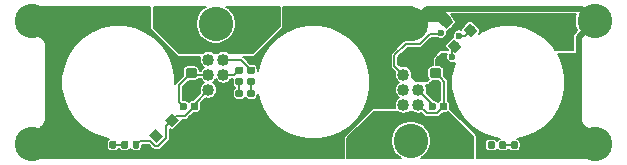
<source format=gbr>
G04 #@! TF.GenerationSoftware,KiCad,Pcbnew,(5.1.4)-1*
G04 #@! TF.CreationDate,2019-12-23T12:12:04-10:00*
G04 #@! TF.ProjectId,SkateLightLEDBoard,536b6174-654c-4696-9768-744c4544426f,rev?*
G04 #@! TF.SameCoordinates,Original*
G04 #@! TF.FileFunction,Copper,L1,Top*
G04 #@! TF.FilePolarity,Positive*
%FSLAX46Y46*%
G04 Gerber Fmt 4.6, Leading zero omitted, Abs format (unit mm)*
G04 Created by KiCad (PCBNEW (5.1.4)-1) date 2019-12-23 12:12:04*
%MOMM*%
%LPD*%
G04 APERTURE LIST*
%ADD10C,1.016000*%
%ADD11C,2.921000*%
%ADD12C,0.800000*%
%ADD13C,0.100000*%
%ADD14C,1.800000*%
%ADD15C,0.590000*%
%ADD16C,0.875000*%
%ADD17C,0.600000*%
%ADD18C,0.200000*%
%ADD19C,0.500000*%
%ADD20C,1.000000*%
%ADD21C,0.152400*%
G04 APERTURE END LIST*
D10*
X7620000Y-1905000D03*
X8890000Y-1905000D03*
X7620000Y-635000D03*
X8890000Y-635000D03*
X7620000Y635000D03*
X8890000Y635000D03*
X7620000Y1905000D03*
X8890000Y1905000D03*
D11*
X8255000Y-4953000D03*
X8255000Y4953000D03*
X-8255000Y-4953000D03*
X-8255000Y4953000D03*
D10*
X-8890000Y-1905000D03*
X-7620000Y-1905000D03*
X-8890000Y-635000D03*
X-7620000Y-635000D03*
X-8890000Y635000D03*
X-7620000Y635000D03*
X-8890000Y1905000D03*
X-7620000Y1905000D03*
D11*
X23812500Y5207000D03*
X23812500Y-5207000D03*
X-23812500Y5207000D03*
X-23812500Y-5207000D03*
D12*
X-11230893Y-5279107D03*
D13*
G36*
X-11831934Y-5243752D02*
G01*
X-11266248Y-4678066D01*
X-10629852Y-5314462D01*
X-11195538Y-5880148D01*
X-11831934Y-5243752D01*
X-11831934Y-5243752D01*
G37*
D12*
X-13316858Y-4536645D03*
D13*
G36*
X-13917899Y-4501290D02*
G01*
X-13352213Y-3935604D01*
X-12715817Y-4572000D01*
X-13281503Y-5137686D01*
X-13917899Y-4501290D01*
X-13917899Y-4501290D01*
G37*
D12*
X-11973355Y-3193142D03*
D13*
G36*
X-12574396Y-3157787D02*
G01*
X-12008710Y-2592101D01*
X-11372314Y-3228497D01*
X-11938000Y-3794183D01*
X-12574396Y-3157787D01*
X-12574396Y-3157787D01*
G37*
D12*
X11230893Y5152107D03*
D13*
G36*
X11831934Y5116752D02*
G01*
X11266248Y4551066D01*
X10629852Y5187462D01*
X11195538Y5753148D01*
X11831934Y5116752D01*
X11831934Y5116752D01*
G37*
D12*
X13316858Y4409645D03*
D13*
G36*
X13917899Y4374290D02*
G01*
X13352213Y3808604D01*
X12715817Y4445000D01*
X13281503Y5010686D01*
X13917899Y4374290D01*
X13917899Y4374290D01*
G37*
D12*
X11973355Y3066142D03*
D13*
G36*
X12574396Y3030787D02*
G01*
X12008710Y2465101D01*
X11372314Y3101497D01*
X11938000Y3667183D01*
X12574396Y3030787D01*
X12574396Y3030787D01*
G37*
D14*
X20933000Y4423000D03*
X12087000Y-4423000D03*
X4423000Y-4423000D03*
X-4423000Y4423000D03*
X-12087000Y4423000D03*
X-20933000Y-4423000D03*
D13*
G36*
X-15829742Y-4966450D02*
G01*
X-15815424Y-4968574D01*
X-15801383Y-4972091D01*
X-15787754Y-4976968D01*
X-15774669Y-4983157D01*
X-15762253Y-4990598D01*
X-15750627Y-4999221D01*
X-15739902Y-5008942D01*
X-15730181Y-5019667D01*
X-15721558Y-5031293D01*
X-15714117Y-5043709D01*
X-15707928Y-5056794D01*
X-15703051Y-5070423D01*
X-15699534Y-5084464D01*
X-15697410Y-5098782D01*
X-15696700Y-5113240D01*
X-15696700Y-5458240D01*
X-15697410Y-5472698D01*
X-15699534Y-5487016D01*
X-15703051Y-5501057D01*
X-15707928Y-5514686D01*
X-15714117Y-5527771D01*
X-15721558Y-5540187D01*
X-15730181Y-5551813D01*
X-15739902Y-5562538D01*
X-15750627Y-5572259D01*
X-15762253Y-5580882D01*
X-15774669Y-5588323D01*
X-15787754Y-5594512D01*
X-15801383Y-5599389D01*
X-15815424Y-5602906D01*
X-15829742Y-5605030D01*
X-15844200Y-5605740D01*
X-16139200Y-5605740D01*
X-16153658Y-5605030D01*
X-16167976Y-5602906D01*
X-16182017Y-5599389D01*
X-16195646Y-5594512D01*
X-16208731Y-5588323D01*
X-16221147Y-5580882D01*
X-16232773Y-5572259D01*
X-16243498Y-5562538D01*
X-16253219Y-5551813D01*
X-16261842Y-5540187D01*
X-16269283Y-5527771D01*
X-16275472Y-5514686D01*
X-16280349Y-5501057D01*
X-16283866Y-5487016D01*
X-16285990Y-5472698D01*
X-16286700Y-5458240D01*
X-16286700Y-5113240D01*
X-16285990Y-5098782D01*
X-16283866Y-5084464D01*
X-16280349Y-5070423D01*
X-16275472Y-5056794D01*
X-16269283Y-5043709D01*
X-16261842Y-5031293D01*
X-16253219Y-5019667D01*
X-16243498Y-5008942D01*
X-16232773Y-4999221D01*
X-16221147Y-4990598D01*
X-16208731Y-4983157D01*
X-16195646Y-4976968D01*
X-16182017Y-4972091D01*
X-16167976Y-4968574D01*
X-16153658Y-4966450D01*
X-16139200Y-4965740D01*
X-15844200Y-4965740D01*
X-15829742Y-4966450D01*
X-15829742Y-4966450D01*
G37*
D15*
X-15991700Y-5285740D03*
D13*
G36*
X-14859742Y-4966450D02*
G01*
X-14845424Y-4968574D01*
X-14831383Y-4972091D01*
X-14817754Y-4976968D01*
X-14804669Y-4983157D01*
X-14792253Y-4990598D01*
X-14780627Y-4999221D01*
X-14769902Y-5008942D01*
X-14760181Y-5019667D01*
X-14751558Y-5031293D01*
X-14744117Y-5043709D01*
X-14737928Y-5056794D01*
X-14733051Y-5070423D01*
X-14729534Y-5084464D01*
X-14727410Y-5098782D01*
X-14726700Y-5113240D01*
X-14726700Y-5458240D01*
X-14727410Y-5472698D01*
X-14729534Y-5487016D01*
X-14733051Y-5501057D01*
X-14737928Y-5514686D01*
X-14744117Y-5527771D01*
X-14751558Y-5540187D01*
X-14760181Y-5551813D01*
X-14769902Y-5562538D01*
X-14780627Y-5572259D01*
X-14792253Y-5580882D01*
X-14804669Y-5588323D01*
X-14817754Y-5594512D01*
X-14831383Y-5599389D01*
X-14845424Y-5602906D01*
X-14859742Y-5605030D01*
X-14874200Y-5605740D01*
X-15169200Y-5605740D01*
X-15183658Y-5605030D01*
X-15197976Y-5602906D01*
X-15212017Y-5599389D01*
X-15225646Y-5594512D01*
X-15238731Y-5588323D01*
X-15251147Y-5580882D01*
X-15262773Y-5572259D01*
X-15273498Y-5562538D01*
X-15283219Y-5551813D01*
X-15291842Y-5540187D01*
X-15299283Y-5527771D01*
X-15305472Y-5514686D01*
X-15310349Y-5501057D01*
X-15313866Y-5487016D01*
X-15315990Y-5472698D01*
X-15316700Y-5458240D01*
X-15316700Y-5113240D01*
X-15315990Y-5098782D01*
X-15313866Y-5084464D01*
X-15310349Y-5070423D01*
X-15305472Y-5056794D01*
X-15299283Y-5043709D01*
X-15291842Y-5031293D01*
X-15283219Y-5019667D01*
X-15273498Y-5008942D01*
X-15262773Y-4999221D01*
X-15251147Y-4990598D01*
X-15238731Y-4983157D01*
X-15225646Y-4976968D01*
X-15212017Y-4972091D01*
X-15197976Y-4968574D01*
X-15183658Y-4966450D01*
X-15169200Y-4965740D01*
X-14874200Y-4965740D01*
X-14859742Y-4966450D01*
X-14859742Y-4966450D01*
G37*
D15*
X-15021700Y-5285740D03*
D13*
G36*
X-5093702Y352850D02*
G01*
X-5079384Y350726D01*
X-5065343Y347209D01*
X-5051714Y342332D01*
X-5038629Y336143D01*
X-5026213Y328702D01*
X-5014587Y320079D01*
X-5003862Y310358D01*
X-4994141Y299633D01*
X-4985518Y288007D01*
X-4978077Y275591D01*
X-4971888Y262506D01*
X-4967011Y248877D01*
X-4963494Y234836D01*
X-4961370Y220518D01*
X-4960660Y206060D01*
X-4960660Y-88940D01*
X-4961370Y-103398D01*
X-4963494Y-117716D01*
X-4967011Y-131757D01*
X-4971888Y-145386D01*
X-4978077Y-158471D01*
X-4985518Y-170887D01*
X-4994141Y-182513D01*
X-5003862Y-193238D01*
X-5014587Y-202959D01*
X-5026213Y-211582D01*
X-5038629Y-219023D01*
X-5051714Y-225212D01*
X-5065343Y-230089D01*
X-5079384Y-233606D01*
X-5093702Y-235730D01*
X-5108160Y-236440D01*
X-5453160Y-236440D01*
X-5467618Y-235730D01*
X-5481936Y-233606D01*
X-5495977Y-230089D01*
X-5509606Y-225212D01*
X-5522691Y-219023D01*
X-5535107Y-211582D01*
X-5546733Y-202959D01*
X-5557458Y-193238D01*
X-5567179Y-182513D01*
X-5575802Y-170887D01*
X-5583243Y-158471D01*
X-5589432Y-145386D01*
X-5594309Y-131757D01*
X-5597826Y-117716D01*
X-5599950Y-103398D01*
X-5600660Y-88940D01*
X-5600660Y206060D01*
X-5599950Y220518D01*
X-5597826Y234836D01*
X-5594309Y248877D01*
X-5589432Y262506D01*
X-5583243Y275591D01*
X-5575802Y288007D01*
X-5567179Y299633D01*
X-5557458Y310358D01*
X-5546733Y320079D01*
X-5535107Y328702D01*
X-5522691Y336143D01*
X-5509606Y342332D01*
X-5495977Y347209D01*
X-5481936Y350726D01*
X-5467618Y352850D01*
X-5453160Y353560D01*
X-5108160Y353560D01*
X-5093702Y352850D01*
X-5093702Y352850D01*
G37*
D15*
X-5280660Y58560D03*
D13*
G36*
X-5093702Y1322850D02*
G01*
X-5079384Y1320726D01*
X-5065343Y1317209D01*
X-5051714Y1312332D01*
X-5038629Y1306143D01*
X-5026213Y1298702D01*
X-5014587Y1290079D01*
X-5003862Y1280358D01*
X-4994141Y1269633D01*
X-4985518Y1258007D01*
X-4978077Y1245591D01*
X-4971888Y1232506D01*
X-4967011Y1218877D01*
X-4963494Y1204836D01*
X-4961370Y1190518D01*
X-4960660Y1176060D01*
X-4960660Y881060D01*
X-4961370Y866602D01*
X-4963494Y852284D01*
X-4967011Y838243D01*
X-4971888Y824614D01*
X-4978077Y811529D01*
X-4985518Y799113D01*
X-4994141Y787487D01*
X-5003862Y776762D01*
X-5014587Y767041D01*
X-5026213Y758418D01*
X-5038629Y750977D01*
X-5051714Y744788D01*
X-5065343Y739911D01*
X-5079384Y736394D01*
X-5093702Y734270D01*
X-5108160Y733560D01*
X-5453160Y733560D01*
X-5467618Y734270D01*
X-5481936Y736394D01*
X-5495977Y739911D01*
X-5509606Y744788D01*
X-5522691Y750977D01*
X-5535107Y758418D01*
X-5546733Y767041D01*
X-5557458Y776762D01*
X-5567179Y787487D01*
X-5575802Y799113D01*
X-5583243Y811529D01*
X-5589432Y824614D01*
X-5594309Y838243D01*
X-5597826Y852284D01*
X-5599950Y866602D01*
X-5600660Y881060D01*
X-5600660Y1176060D01*
X-5599950Y1190518D01*
X-5597826Y1204836D01*
X-5594309Y1218877D01*
X-5589432Y1232506D01*
X-5583243Y1245591D01*
X-5575802Y1258007D01*
X-5567179Y1269633D01*
X-5557458Y1280358D01*
X-5546733Y1290079D01*
X-5535107Y1298702D01*
X-5522691Y1306143D01*
X-5509606Y1312332D01*
X-5495977Y1317209D01*
X-5481936Y1320726D01*
X-5467618Y1322850D01*
X-5453160Y1323560D01*
X-5108160Y1323560D01*
X-5093702Y1322850D01*
X-5093702Y1322850D01*
G37*
D15*
X-5280660Y1028560D03*
D13*
G36*
X-6109702Y1322850D02*
G01*
X-6095384Y1320726D01*
X-6081343Y1317209D01*
X-6067714Y1312332D01*
X-6054629Y1306143D01*
X-6042213Y1298702D01*
X-6030587Y1290079D01*
X-6019862Y1280358D01*
X-6010141Y1269633D01*
X-6001518Y1258007D01*
X-5994077Y1245591D01*
X-5987888Y1232506D01*
X-5983011Y1218877D01*
X-5979494Y1204836D01*
X-5977370Y1190518D01*
X-5976660Y1176060D01*
X-5976660Y881060D01*
X-5977370Y866602D01*
X-5979494Y852284D01*
X-5983011Y838243D01*
X-5987888Y824614D01*
X-5994077Y811529D01*
X-6001518Y799113D01*
X-6010141Y787487D01*
X-6019862Y776762D01*
X-6030587Y767041D01*
X-6042213Y758418D01*
X-6054629Y750977D01*
X-6067714Y744788D01*
X-6081343Y739911D01*
X-6095384Y736394D01*
X-6109702Y734270D01*
X-6124160Y733560D01*
X-6469160Y733560D01*
X-6483618Y734270D01*
X-6497936Y736394D01*
X-6511977Y739911D01*
X-6525606Y744788D01*
X-6538691Y750977D01*
X-6551107Y758418D01*
X-6562733Y767041D01*
X-6573458Y776762D01*
X-6583179Y787487D01*
X-6591802Y799113D01*
X-6599243Y811529D01*
X-6605432Y824614D01*
X-6610309Y838243D01*
X-6613826Y852284D01*
X-6615950Y866602D01*
X-6616660Y881060D01*
X-6616660Y1176060D01*
X-6615950Y1190518D01*
X-6613826Y1204836D01*
X-6610309Y1218877D01*
X-6605432Y1232506D01*
X-6599243Y1245591D01*
X-6591802Y1258007D01*
X-6583179Y1269633D01*
X-6573458Y1280358D01*
X-6562733Y1290079D01*
X-6551107Y1298702D01*
X-6538691Y1306143D01*
X-6525606Y1312332D01*
X-6511977Y1317209D01*
X-6497936Y1320726D01*
X-6483618Y1322850D01*
X-6469160Y1323560D01*
X-6124160Y1323560D01*
X-6109702Y1322850D01*
X-6109702Y1322850D01*
G37*
D15*
X-6296660Y1028560D03*
D13*
G36*
X-6109702Y352850D02*
G01*
X-6095384Y350726D01*
X-6081343Y347209D01*
X-6067714Y342332D01*
X-6054629Y336143D01*
X-6042213Y328702D01*
X-6030587Y320079D01*
X-6019862Y310358D01*
X-6010141Y299633D01*
X-6001518Y288007D01*
X-5994077Y275591D01*
X-5987888Y262506D01*
X-5983011Y248877D01*
X-5979494Y234836D01*
X-5977370Y220518D01*
X-5976660Y206060D01*
X-5976660Y-88940D01*
X-5977370Y-103398D01*
X-5979494Y-117716D01*
X-5983011Y-131757D01*
X-5987888Y-145386D01*
X-5994077Y-158471D01*
X-6001518Y-170887D01*
X-6010141Y-182513D01*
X-6019862Y-193238D01*
X-6030587Y-202959D01*
X-6042213Y-211582D01*
X-6054629Y-219023D01*
X-6067714Y-225212D01*
X-6081343Y-230089D01*
X-6095384Y-233606D01*
X-6109702Y-235730D01*
X-6124160Y-236440D01*
X-6469160Y-236440D01*
X-6483618Y-235730D01*
X-6497936Y-233606D01*
X-6511977Y-230089D01*
X-6525606Y-225212D01*
X-6538691Y-219023D01*
X-6551107Y-211582D01*
X-6562733Y-202959D01*
X-6573458Y-193238D01*
X-6583179Y-182513D01*
X-6591802Y-170887D01*
X-6599243Y-158471D01*
X-6605432Y-145386D01*
X-6610309Y-131757D01*
X-6613826Y-117716D01*
X-6615950Y-103398D01*
X-6616660Y-88940D01*
X-6616660Y206060D01*
X-6615950Y220518D01*
X-6613826Y234836D01*
X-6610309Y248877D01*
X-6605432Y262506D01*
X-6599243Y275591D01*
X-6591802Y288007D01*
X-6583179Y299633D01*
X-6573458Y310358D01*
X-6562733Y320079D01*
X-6551107Y328702D01*
X-6538691Y336143D01*
X-6525606Y342332D01*
X-6511977Y347209D01*
X-6497936Y350726D01*
X-6483618Y352850D01*
X-6469160Y353560D01*
X-6124160Y353560D01*
X-6109702Y352850D01*
X-6109702Y352850D01*
G37*
D15*
X-6296660Y58560D03*
D13*
G36*
X15224438Y-4989310D02*
G01*
X15238756Y-4991434D01*
X15252797Y-4994951D01*
X15266426Y-4999828D01*
X15279511Y-5006017D01*
X15291927Y-5013458D01*
X15303553Y-5022081D01*
X15314278Y-5031802D01*
X15323999Y-5042527D01*
X15332622Y-5054153D01*
X15340063Y-5066569D01*
X15346252Y-5079654D01*
X15351129Y-5093283D01*
X15354646Y-5107324D01*
X15356770Y-5121642D01*
X15357480Y-5136100D01*
X15357480Y-5481100D01*
X15356770Y-5495558D01*
X15354646Y-5509876D01*
X15351129Y-5523917D01*
X15346252Y-5537546D01*
X15340063Y-5550631D01*
X15332622Y-5563047D01*
X15323999Y-5574673D01*
X15314278Y-5585398D01*
X15303553Y-5595119D01*
X15291927Y-5603742D01*
X15279511Y-5611183D01*
X15266426Y-5617372D01*
X15252797Y-5622249D01*
X15238756Y-5625766D01*
X15224438Y-5627890D01*
X15209980Y-5628600D01*
X14914980Y-5628600D01*
X14900522Y-5627890D01*
X14886204Y-5625766D01*
X14872163Y-5622249D01*
X14858534Y-5617372D01*
X14845449Y-5611183D01*
X14833033Y-5603742D01*
X14821407Y-5595119D01*
X14810682Y-5585398D01*
X14800961Y-5574673D01*
X14792338Y-5563047D01*
X14784897Y-5550631D01*
X14778708Y-5537546D01*
X14773831Y-5523917D01*
X14770314Y-5509876D01*
X14768190Y-5495558D01*
X14767480Y-5481100D01*
X14767480Y-5136100D01*
X14768190Y-5121642D01*
X14770314Y-5107324D01*
X14773831Y-5093283D01*
X14778708Y-5079654D01*
X14784897Y-5066569D01*
X14792338Y-5054153D01*
X14800961Y-5042527D01*
X14810682Y-5031802D01*
X14821407Y-5022081D01*
X14833033Y-5013458D01*
X14845449Y-5006017D01*
X14858534Y-4999828D01*
X14872163Y-4994951D01*
X14886204Y-4991434D01*
X14900522Y-4989310D01*
X14914980Y-4988600D01*
X15209980Y-4988600D01*
X15224438Y-4989310D01*
X15224438Y-4989310D01*
G37*
D15*
X15062480Y-5308600D03*
D13*
G36*
X16194438Y-4989310D02*
G01*
X16208756Y-4991434D01*
X16222797Y-4994951D01*
X16236426Y-4999828D01*
X16249511Y-5006017D01*
X16261927Y-5013458D01*
X16273553Y-5022081D01*
X16284278Y-5031802D01*
X16293999Y-5042527D01*
X16302622Y-5054153D01*
X16310063Y-5066569D01*
X16316252Y-5079654D01*
X16321129Y-5093283D01*
X16324646Y-5107324D01*
X16326770Y-5121642D01*
X16327480Y-5136100D01*
X16327480Y-5481100D01*
X16326770Y-5495558D01*
X16324646Y-5509876D01*
X16321129Y-5523917D01*
X16316252Y-5537546D01*
X16310063Y-5550631D01*
X16302622Y-5563047D01*
X16293999Y-5574673D01*
X16284278Y-5585398D01*
X16273553Y-5595119D01*
X16261927Y-5603742D01*
X16249511Y-5611183D01*
X16236426Y-5617372D01*
X16222797Y-5622249D01*
X16208756Y-5625766D01*
X16194438Y-5627890D01*
X16179980Y-5628600D01*
X15884980Y-5628600D01*
X15870522Y-5627890D01*
X15856204Y-5625766D01*
X15842163Y-5622249D01*
X15828534Y-5617372D01*
X15815449Y-5611183D01*
X15803033Y-5603742D01*
X15791407Y-5595119D01*
X15780682Y-5585398D01*
X15770961Y-5574673D01*
X15762338Y-5563047D01*
X15754897Y-5550631D01*
X15748708Y-5537546D01*
X15743831Y-5523917D01*
X15740314Y-5509876D01*
X15738190Y-5495558D01*
X15737480Y-5481100D01*
X15737480Y-5136100D01*
X15738190Y-5121642D01*
X15740314Y-5107324D01*
X15743831Y-5093283D01*
X15748708Y-5079654D01*
X15754897Y-5066569D01*
X15762338Y-5054153D01*
X15770961Y-5042527D01*
X15780682Y-5031802D01*
X15791407Y-5022081D01*
X15803033Y-5013458D01*
X15815449Y-5006017D01*
X15828534Y-4999828D01*
X15842163Y-4994951D01*
X15856204Y-4991434D01*
X15870522Y-4989310D01*
X15884980Y-4988600D01*
X16179980Y-4988600D01*
X16194438Y-4989310D01*
X16194438Y-4989310D01*
G37*
D15*
X16032480Y-5308600D03*
D13*
G36*
X-10072809Y-351053D02*
G01*
X-10051574Y-354203D01*
X-10030750Y-359419D01*
X-10010538Y-366651D01*
X-9991132Y-375830D01*
X-9972719Y-386866D01*
X-9955476Y-399654D01*
X-9939570Y-414070D01*
X-9925154Y-429976D01*
X-9912366Y-447219D01*
X-9901330Y-465632D01*
X-9892151Y-485038D01*
X-9884919Y-505250D01*
X-9879703Y-526074D01*
X-9876553Y-547309D01*
X-9875500Y-568750D01*
X-9875500Y-1006250D01*
X-9876553Y-1027691D01*
X-9879703Y-1048926D01*
X-9884919Y-1069750D01*
X-9892151Y-1089962D01*
X-9901330Y-1109368D01*
X-9912366Y-1127781D01*
X-9925154Y-1145024D01*
X-9939570Y-1160930D01*
X-9955476Y-1175346D01*
X-9972719Y-1188134D01*
X-9991132Y-1199170D01*
X-10010538Y-1208349D01*
X-10030750Y-1215581D01*
X-10051574Y-1220797D01*
X-10072809Y-1223947D01*
X-10094250Y-1225000D01*
X-10606750Y-1225000D01*
X-10628191Y-1223947D01*
X-10649426Y-1220797D01*
X-10670250Y-1215581D01*
X-10690462Y-1208349D01*
X-10709868Y-1199170D01*
X-10728281Y-1188134D01*
X-10745524Y-1175346D01*
X-10761430Y-1160930D01*
X-10775846Y-1145024D01*
X-10788634Y-1127781D01*
X-10799670Y-1109368D01*
X-10808849Y-1089962D01*
X-10816081Y-1069750D01*
X-10821297Y-1048926D01*
X-10824447Y-1027691D01*
X-10825500Y-1006250D01*
X-10825500Y-568750D01*
X-10824447Y-547309D01*
X-10821297Y-526074D01*
X-10816081Y-505250D01*
X-10808849Y-485038D01*
X-10799670Y-465632D01*
X-10788634Y-447219D01*
X-10775846Y-429976D01*
X-10761430Y-414070D01*
X-10745524Y-399654D01*
X-10728281Y-386866D01*
X-10709868Y-375830D01*
X-10690462Y-366651D01*
X-10670250Y-359419D01*
X-10649426Y-354203D01*
X-10628191Y-351053D01*
X-10606750Y-350000D01*
X-10094250Y-350000D01*
X-10072809Y-351053D01*
X-10072809Y-351053D01*
G37*
D16*
X-10350500Y-787500D03*
D13*
G36*
X-10072809Y1223947D02*
G01*
X-10051574Y1220797D01*
X-10030750Y1215581D01*
X-10010538Y1208349D01*
X-9991132Y1199170D01*
X-9972719Y1188134D01*
X-9955476Y1175346D01*
X-9939570Y1160930D01*
X-9925154Y1145024D01*
X-9912366Y1127781D01*
X-9901330Y1109368D01*
X-9892151Y1089962D01*
X-9884919Y1069750D01*
X-9879703Y1048926D01*
X-9876553Y1027691D01*
X-9875500Y1006250D01*
X-9875500Y568750D01*
X-9876553Y547309D01*
X-9879703Y526074D01*
X-9884919Y505250D01*
X-9892151Y485038D01*
X-9901330Y465632D01*
X-9912366Y447219D01*
X-9925154Y429976D01*
X-9939570Y414070D01*
X-9955476Y399654D01*
X-9972719Y386866D01*
X-9991132Y375830D01*
X-10010538Y366651D01*
X-10030750Y359419D01*
X-10051574Y354203D01*
X-10072809Y351053D01*
X-10094250Y350000D01*
X-10606750Y350000D01*
X-10628191Y351053D01*
X-10649426Y354203D01*
X-10670250Y359419D01*
X-10690462Y366651D01*
X-10709868Y375830D01*
X-10728281Y386866D01*
X-10745524Y399654D01*
X-10761430Y414070D01*
X-10775846Y429976D01*
X-10788634Y447219D01*
X-10799670Y465632D01*
X-10808849Y485038D01*
X-10816081Y505250D01*
X-10821297Y526074D01*
X-10824447Y547309D01*
X-10825500Y568750D01*
X-10825500Y1006250D01*
X-10824447Y1027691D01*
X-10821297Y1048926D01*
X-10816081Y1069750D01*
X-10808849Y1089962D01*
X-10799670Y1109368D01*
X-10788634Y1127781D01*
X-10775846Y1145024D01*
X-10761430Y1160930D01*
X-10745524Y1175346D01*
X-10728281Y1188134D01*
X-10709868Y1199170D01*
X-10690462Y1208349D01*
X-10670250Y1215581D01*
X-10649426Y1220797D01*
X-10628191Y1223947D01*
X-10606750Y1225000D01*
X-10094250Y1225000D01*
X-10072809Y1223947D01*
X-10072809Y1223947D01*
G37*
D16*
X-10350500Y787500D03*
D13*
G36*
X10628191Y1223947D02*
G01*
X10649426Y1220797D01*
X10670250Y1215581D01*
X10690462Y1208349D01*
X10709868Y1199170D01*
X10728281Y1188134D01*
X10745524Y1175346D01*
X10761430Y1160930D01*
X10775846Y1145024D01*
X10788634Y1127781D01*
X10799670Y1109368D01*
X10808849Y1089962D01*
X10816081Y1069750D01*
X10821297Y1048926D01*
X10824447Y1027691D01*
X10825500Y1006250D01*
X10825500Y568750D01*
X10824447Y547309D01*
X10821297Y526074D01*
X10816081Y505250D01*
X10808849Y485038D01*
X10799670Y465632D01*
X10788634Y447219D01*
X10775846Y429976D01*
X10761430Y414070D01*
X10745524Y399654D01*
X10728281Y386866D01*
X10709868Y375830D01*
X10690462Y366651D01*
X10670250Y359419D01*
X10649426Y354203D01*
X10628191Y351053D01*
X10606750Y350000D01*
X10094250Y350000D01*
X10072809Y351053D01*
X10051574Y354203D01*
X10030750Y359419D01*
X10010538Y366651D01*
X9991132Y375830D01*
X9972719Y386866D01*
X9955476Y399654D01*
X9939570Y414070D01*
X9925154Y429976D01*
X9912366Y447219D01*
X9901330Y465632D01*
X9892151Y485038D01*
X9884919Y505250D01*
X9879703Y526074D01*
X9876553Y547309D01*
X9875500Y568750D01*
X9875500Y1006250D01*
X9876553Y1027691D01*
X9879703Y1048926D01*
X9884919Y1069750D01*
X9892151Y1089962D01*
X9901330Y1109368D01*
X9912366Y1127781D01*
X9925154Y1145024D01*
X9939570Y1160930D01*
X9955476Y1175346D01*
X9972719Y1188134D01*
X9991132Y1199170D01*
X10010538Y1208349D01*
X10030750Y1215581D01*
X10051574Y1220797D01*
X10072809Y1223947D01*
X10094250Y1225000D01*
X10606750Y1225000D01*
X10628191Y1223947D01*
X10628191Y1223947D01*
G37*
D16*
X10350500Y787500D03*
D13*
G36*
X10628191Y-351053D02*
G01*
X10649426Y-354203D01*
X10670250Y-359419D01*
X10690462Y-366651D01*
X10709868Y-375830D01*
X10728281Y-386866D01*
X10745524Y-399654D01*
X10761430Y-414070D01*
X10775846Y-429976D01*
X10788634Y-447219D01*
X10799670Y-465632D01*
X10808849Y-485038D01*
X10816081Y-505250D01*
X10821297Y-526074D01*
X10824447Y-547309D01*
X10825500Y-568750D01*
X10825500Y-1006250D01*
X10824447Y-1027691D01*
X10821297Y-1048926D01*
X10816081Y-1069750D01*
X10808849Y-1089962D01*
X10799670Y-1109368D01*
X10788634Y-1127781D01*
X10775846Y-1145024D01*
X10761430Y-1160930D01*
X10745524Y-1175346D01*
X10728281Y-1188134D01*
X10709868Y-1199170D01*
X10690462Y-1208349D01*
X10670250Y-1215581D01*
X10649426Y-1220797D01*
X10628191Y-1223947D01*
X10606750Y-1225000D01*
X10094250Y-1225000D01*
X10072809Y-1223947D01*
X10051574Y-1220797D01*
X10030750Y-1215581D01*
X10010538Y-1208349D01*
X9991132Y-1199170D01*
X9972719Y-1188134D01*
X9955476Y-1175346D01*
X9939570Y-1160930D01*
X9925154Y-1145024D01*
X9912366Y-1127781D01*
X9901330Y-1109368D01*
X9892151Y-1089962D01*
X9884919Y-1069750D01*
X9879703Y-1048926D01*
X9876553Y-1027691D01*
X9875500Y-1006250D01*
X9875500Y-568750D01*
X9876553Y-547309D01*
X9879703Y-526074D01*
X9884919Y-505250D01*
X9892151Y-485038D01*
X9901330Y-465632D01*
X9912366Y-447219D01*
X9925154Y-429976D01*
X9939570Y-414070D01*
X9955476Y-399654D01*
X9972719Y-386866D01*
X9991132Y-375830D01*
X10010538Y-366651D01*
X10030750Y-359419D01*
X10051574Y-354203D01*
X10072809Y-351053D01*
X10094250Y-350000D01*
X10606750Y-350000D01*
X10628191Y-351053D01*
X10628191Y-351053D01*
G37*
D16*
X10350500Y-787500D03*
D13*
G36*
X-10864042Y-1712710D02*
G01*
X-10849724Y-1714834D01*
X-10835683Y-1718351D01*
X-10822054Y-1723228D01*
X-10808969Y-1729417D01*
X-10796553Y-1736858D01*
X-10784927Y-1745481D01*
X-10774202Y-1755202D01*
X-10764481Y-1765927D01*
X-10755858Y-1777553D01*
X-10748417Y-1789969D01*
X-10742228Y-1803054D01*
X-10737351Y-1816683D01*
X-10733834Y-1830724D01*
X-10731710Y-1845042D01*
X-10731000Y-1859500D01*
X-10731000Y-2204500D01*
X-10731710Y-2218958D01*
X-10733834Y-2233276D01*
X-10737351Y-2247317D01*
X-10742228Y-2260946D01*
X-10748417Y-2274031D01*
X-10755858Y-2286447D01*
X-10764481Y-2298073D01*
X-10774202Y-2308798D01*
X-10784927Y-2318519D01*
X-10796553Y-2327142D01*
X-10808969Y-2334583D01*
X-10822054Y-2340772D01*
X-10835683Y-2345649D01*
X-10849724Y-2349166D01*
X-10864042Y-2351290D01*
X-10878500Y-2352000D01*
X-11173500Y-2352000D01*
X-11187958Y-2351290D01*
X-11202276Y-2349166D01*
X-11216317Y-2345649D01*
X-11229946Y-2340772D01*
X-11243031Y-2334583D01*
X-11255447Y-2327142D01*
X-11267073Y-2318519D01*
X-11277798Y-2308798D01*
X-11287519Y-2298073D01*
X-11296142Y-2286447D01*
X-11303583Y-2274031D01*
X-11309772Y-2260946D01*
X-11314649Y-2247317D01*
X-11318166Y-2233276D01*
X-11320290Y-2218958D01*
X-11321000Y-2204500D01*
X-11321000Y-1859500D01*
X-11320290Y-1845042D01*
X-11318166Y-1830724D01*
X-11314649Y-1816683D01*
X-11309772Y-1803054D01*
X-11303583Y-1789969D01*
X-11296142Y-1777553D01*
X-11287519Y-1765927D01*
X-11277798Y-1755202D01*
X-11267073Y-1745481D01*
X-11255447Y-1736858D01*
X-11243031Y-1729417D01*
X-11229946Y-1723228D01*
X-11216317Y-1718351D01*
X-11202276Y-1714834D01*
X-11187958Y-1712710D01*
X-11173500Y-1712000D01*
X-10878500Y-1712000D01*
X-10864042Y-1712710D01*
X-10864042Y-1712710D01*
G37*
D15*
X-11026000Y-2032000D03*
D13*
G36*
X-9894042Y-1712710D02*
G01*
X-9879724Y-1714834D01*
X-9865683Y-1718351D01*
X-9852054Y-1723228D01*
X-9838969Y-1729417D01*
X-9826553Y-1736858D01*
X-9814927Y-1745481D01*
X-9804202Y-1755202D01*
X-9794481Y-1765927D01*
X-9785858Y-1777553D01*
X-9778417Y-1789969D01*
X-9772228Y-1803054D01*
X-9767351Y-1816683D01*
X-9763834Y-1830724D01*
X-9761710Y-1845042D01*
X-9761000Y-1859500D01*
X-9761000Y-2204500D01*
X-9761710Y-2218958D01*
X-9763834Y-2233276D01*
X-9767351Y-2247317D01*
X-9772228Y-2260946D01*
X-9778417Y-2274031D01*
X-9785858Y-2286447D01*
X-9794481Y-2298073D01*
X-9804202Y-2308798D01*
X-9814927Y-2318519D01*
X-9826553Y-2327142D01*
X-9838969Y-2334583D01*
X-9852054Y-2340772D01*
X-9865683Y-2345649D01*
X-9879724Y-2349166D01*
X-9894042Y-2351290D01*
X-9908500Y-2352000D01*
X-10203500Y-2352000D01*
X-10217958Y-2351290D01*
X-10232276Y-2349166D01*
X-10246317Y-2345649D01*
X-10259946Y-2340772D01*
X-10273031Y-2334583D01*
X-10285447Y-2327142D01*
X-10297073Y-2318519D01*
X-10307798Y-2308798D01*
X-10317519Y-2298073D01*
X-10326142Y-2286447D01*
X-10333583Y-2274031D01*
X-10339772Y-2260946D01*
X-10344649Y-2247317D01*
X-10348166Y-2233276D01*
X-10350290Y-2218958D01*
X-10351000Y-2204500D01*
X-10351000Y-1859500D01*
X-10350290Y-1845042D01*
X-10348166Y-1830724D01*
X-10344649Y-1816683D01*
X-10339772Y-1803054D01*
X-10333583Y-1789969D01*
X-10326142Y-1777553D01*
X-10317519Y-1765927D01*
X-10307798Y-1755202D01*
X-10297073Y-1745481D01*
X-10285447Y-1736858D01*
X-10273031Y-1729417D01*
X-10259946Y-1723228D01*
X-10246317Y-1718351D01*
X-10232276Y-1714834D01*
X-10217958Y-1712710D01*
X-10203500Y-1712000D01*
X-9908500Y-1712000D01*
X-9894042Y-1712710D01*
X-9894042Y-1712710D01*
G37*
D15*
X-10056000Y-2032000D03*
D13*
G36*
X10217958Y-1712710D02*
G01*
X10232276Y-1714834D01*
X10246317Y-1718351D01*
X10259946Y-1723228D01*
X10273031Y-1729417D01*
X10285447Y-1736858D01*
X10297073Y-1745481D01*
X10307798Y-1755202D01*
X10317519Y-1765927D01*
X10326142Y-1777553D01*
X10333583Y-1789969D01*
X10339772Y-1803054D01*
X10344649Y-1816683D01*
X10348166Y-1830724D01*
X10350290Y-1845042D01*
X10351000Y-1859500D01*
X10351000Y-2204500D01*
X10350290Y-2218958D01*
X10348166Y-2233276D01*
X10344649Y-2247317D01*
X10339772Y-2260946D01*
X10333583Y-2274031D01*
X10326142Y-2286447D01*
X10317519Y-2298073D01*
X10307798Y-2308798D01*
X10297073Y-2318519D01*
X10285447Y-2327142D01*
X10273031Y-2334583D01*
X10259946Y-2340772D01*
X10246317Y-2345649D01*
X10232276Y-2349166D01*
X10217958Y-2351290D01*
X10203500Y-2352000D01*
X9908500Y-2352000D01*
X9894042Y-2351290D01*
X9879724Y-2349166D01*
X9865683Y-2345649D01*
X9852054Y-2340772D01*
X9838969Y-2334583D01*
X9826553Y-2327142D01*
X9814927Y-2318519D01*
X9804202Y-2308798D01*
X9794481Y-2298073D01*
X9785858Y-2286447D01*
X9778417Y-2274031D01*
X9772228Y-2260946D01*
X9767351Y-2247317D01*
X9763834Y-2233276D01*
X9761710Y-2218958D01*
X9761000Y-2204500D01*
X9761000Y-1859500D01*
X9761710Y-1845042D01*
X9763834Y-1830724D01*
X9767351Y-1816683D01*
X9772228Y-1803054D01*
X9778417Y-1789969D01*
X9785858Y-1777553D01*
X9794481Y-1765927D01*
X9804202Y-1755202D01*
X9814927Y-1745481D01*
X9826553Y-1736858D01*
X9838969Y-1729417D01*
X9852054Y-1723228D01*
X9865683Y-1718351D01*
X9879724Y-1714834D01*
X9894042Y-1712710D01*
X9908500Y-1712000D01*
X10203500Y-1712000D01*
X10217958Y-1712710D01*
X10217958Y-1712710D01*
G37*
D15*
X10056000Y-2032000D03*
D13*
G36*
X11187958Y-1712710D02*
G01*
X11202276Y-1714834D01*
X11216317Y-1718351D01*
X11229946Y-1723228D01*
X11243031Y-1729417D01*
X11255447Y-1736858D01*
X11267073Y-1745481D01*
X11277798Y-1755202D01*
X11287519Y-1765927D01*
X11296142Y-1777553D01*
X11303583Y-1789969D01*
X11309772Y-1803054D01*
X11314649Y-1816683D01*
X11318166Y-1830724D01*
X11320290Y-1845042D01*
X11321000Y-1859500D01*
X11321000Y-2204500D01*
X11320290Y-2218958D01*
X11318166Y-2233276D01*
X11314649Y-2247317D01*
X11309772Y-2260946D01*
X11303583Y-2274031D01*
X11296142Y-2286447D01*
X11287519Y-2298073D01*
X11277798Y-2308798D01*
X11267073Y-2318519D01*
X11255447Y-2327142D01*
X11243031Y-2334583D01*
X11229946Y-2340772D01*
X11216317Y-2345649D01*
X11202276Y-2349166D01*
X11187958Y-2351290D01*
X11173500Y-2352000D01*
X10878500Y-2352000D01*
X10864042Y-2351290D01*
X10849724Y-2349166D01*
X10835683Y-2345649D01*
X10822054Y-2340772D01*
X10808969Y-2334583D01*
X10796553Y-2327142D01*
X10784927Y-2318519D01*
X10774202Y-2308798D01*
X10764481Y-2298073D01*
X10755858Y-2286447D01*
X10748417Y-2274031D01*
X10742228Y-2260946D01*
X10737351Y-2247317D01*
X10733834Y-2233276D01*
X10731710Y-2218958D01*
X10731000Y-2204500D01*
X10731000Y-1859500D01*
X10731710Y-1845042D01*
X10733834Y-1830724D01*
X10737351Y-1816683D01*
X10742228Y-1803054D01*
X10748417Y-1789969D01*
X10755858Y-1777553D01*
X10764481Y-1765927D01*
X10774202Y-1755202D01*
X10784927Y-1745481D01*
X10796553Y-1736858D01*
X10808969Y-1729417D01*
X10822054Y-1723228D01*
X10835683Y-1718351D01*
X10849724Y-1714834D01*
X10864042Y-1712710D01*
X10878500Y-1712000D01*
X11173500Y-1712000D01*
X11187958Y-1712710D01*
X11187958Y-1712710D01*
G37*
D15*
X11026000Y-2032000D03*
D13*
G36*
X-17798242Y-4966450D02*
G01*
X-17783924Y-4968574D01*
X-17769883Y-4972091D01*
X-17756254Y-4976968D01*
X-17743169Y-4983157D01*
X-17730753Y-4990598D01*
X-17719127Y-4999221D01*
X-17708402Y-5008942D01*
X-17698681Y-5019667D01*
X-17690058Y-5031293D01*
X-17682617Y-5043709D01*
X-17676428Y-5056794D01*
X-17671551Y-5070423D01*
X-17668034Y-5084464D01*
X-17665910Y-5098782D01*
X-17665200Y-5113240D01*
X-17665200Y-5458240D01*
X-17665910Y-5472698D01*
X-17668034Y-5487016D01*
X-17671551Y-5501057D01*
X-17676428Y-5514686D01*
X-17682617Y-5527771D01*
X-17690058Y-5540187D01*
X-17698681Y-5551813D01*
X-17708402Y-5562538D01*
X-17719127Y-5572259D01*
X-17730753Y-5580882D01*
X-17743169Y-5588323D01*
X-17756254Y-5594512D01*
X-17769883Y-5599389D01*
X-17783924Y-5602906D01*
X-17798242Y-5605030D01*
X-17812700Y-5605740D01*
X-18107700Y-5605740D01*
X-18122158Y-5605030D01*
X-18136476Y-5602906D01*
X-18150517Y-5599389D01*
X-18164146Y-5594512D01*
X-18177231Y-5588323D01*
X-18189647Y-5580882D01*
X-18201273Y-5572259D01*
X-18211998Y-5562538D01*
X-18221719Y-5551813D01*
X-18230342Y-5540187D01*
X-18237783Y-5527771D01*
X-18243972Y-5514686D01*
X-18248849Y-5501057D01*
X-18252366Y-5487016D01*
X-18254490Y-5472698D01*
X-18255200Y-5458240D01*
X-18255200Y-5113240D01*
X-18254490Y-5098782D01*
X-18252366Y-5084464D01*
X-18248849Y-5070423D01*
X-18243972Y-5056794D01*
X-18237783Y-5043709D01*
X-18230342Y-5031293D01*
X-18221719Y-5019667D01*
X-18211998Y-5008942D01*
X-18201273Y-4999221D01*
X-18189647Y-4990598D01*
X-18177231Y-4983157D01*
X-18164146Y-4976968D01*
X-18150517Y-4972091D01*
X-18136476Y-4968574D01*
X-18122158Y-4966450D01*
X-18107700Y-4965740D01*
X-17812700Y-4965740D01*
X-17798242Y-4966450D01*
X-17798242Y-4966450D01*
G37*
D15*
X-17960200Y-5285740D03*
D13*
G36*
X-16828242Y-4966450D02*
G01*
X-16813924Y-4968574D01*
X-16799883Y-4972091D01*
X-16786254Y-4976968D01*
X-16773169Y-4983157D01*
X-16760753Y-4990598D01*
X-16749127Y-4999221D01*
X-16738402Y-5008942D01*
X-16728681Y-5019667D01*
X-16720058Y-5031293D01*
X-16712617Y-5043709D01*
X-16706428Y-5056794D01*
X-16701551Y-5070423D01*
X-16698034Y-5084464D01*
X-16695910Y-5098782D01*
X-16695200Y-5113240D01*
X-16695200Y-5458240D01*
X-16695910Y-5472698D01*
X-16698034Y-5487016D01*
X-16701551Y-5501057D01*
X-16706428Y-5514686D01*
X-16712617Y-5527771D01*
X-16720058Y-5540187D01*
X-16728681Y-5551813D01*
X-16738402Y-5562538D01*
X-16749127Y-5572259D01*
X-16760753Y-5580882D01*
X-16773169Y-5588323D01*
X-16786254Y-5594512D01*
X-16799883Y-5599389D01*
X-16813924Y-5602906D01*
X-16828242Y-5605030D01*
X-16842700Y-5605740D01*
X-17137700Y-5605740D01*
X-17152158Y-5605030D01*
X-17166476Y-5602906D01*
X-17180517Y-5599389D01*
X-17194146Y-5594512D01*
X-17207231Y-5588323D01*
X-17219647Y-5580882D01*
X-17231273Y-5572259D01*
X-17241998Y-5562538D01*
X-17251719Y-5551813D01*
X-17260342Y-5540187D01*
X-17267783Y-5527771D01*
X-17273972Y-5514686D01*
X-17278849Y-5501057D01*
X-17282366Y-5487016D01*
X-17284490Y-5472698D01*
X-17285200Y-5458240D01*
X-17285200Y-5113240D01*
X-17284490Y-5098782D01*
X-17282366Y-5084464D01*
X-17278849Y-5070423D01*
X-17273972Y-5056794D01*
X-17267783Y-5043709D01*
X-17260342Y-5031293D01*
X-17251719Y-5019667D01*
X-17241998Y-5008942D01*
X-17231273Y-4999221D01*
X-17219647Y-4990598D01*
X-17207231Y-4983157D01*
X-17194146Y-4976968D01*
X-17180517Y-4972091D01*
X-17166476Y-4968574D01*
X-17152158Y-4966450D01*
X-17137700Y-4965740D01*
X-16842700Y-4965740D01*
X-16828242Y-4966450D01*
X-16828242Y-4966450D01*
G37*
D15*
X-16990200Y-5285740D03*
D13*
G36*
X-5093702Y-1615650D02*
G01*
X-5079384Y-1617774D01*
X-5065343Y-1621291D01*
X-5051714Y-1626168D01*
X-5038629Y-1632357D01*
X-5026213Y-1639798D01*
X-5014587Y-1648421D01*
X-5003862Y-1658142D01*
X-4994141Y-1668867D01*
X-4985518Y-1680493D01*
X-4978077Y-1692909D01*
X-4971888Y-1705994D01*
X-4967011Y-1719623D01*
X-4963494Y-1733664D01*
X-4961370Y-1747982D01*
X-4960660Y-1762440D01*
X-4960660Y-2057440D01*
X-4961370Y-2071898D01*
X-4963494Y-2086216D01*
X-4967011Y-2100257D01*
X-4971888Y-2113886D01*
X-4978077Y-2126971D01*
X-4985518Y-2139387D01*
X-4994141Y-2151013D01*
X-5003862Y-2161738D01*
X-5014587Y-2171459D01*
X-5026213Y-2180082D01*
X-5038629Y-2187523D01*
X-5051714Y-2193712D01*
X-5065343Y-2198589D01*
X-5079384Y-2202106D01*
X-5093702Y-2204230D01*
X-5108160Y-2204940D01*
X-5453160Y-2204940D01*
X-5467618Y-2204230D01*
X-5481936Y-2202106D01*
X-5495977Y-2198589D01*
X-5509606Y-2193712D01*
X-5522691Y-2187523D01*
X-5535107Y-2180082D01*
X-5546733Y-2171459D01*
X-5557458Y-2161738D01*
X-5567179Y-2151013D01*
X-5575802Y-2139387D01*
X-5583243Y-2126971D01*
X-5589432Y-2113886D01*
X-5594309Y-2100257D01*
X-5597826Y-2086216D01*
X-5599950Y-2071898D01*
X-5600660Y-2057440D01*
X-5600660Y-1762440D01*
X-5599950Y-1747982D01*
X-5597826Y-1733664D01*
X-5594309Y-1719623D01*
X-5589432Y-1705994D01*
X-5583243Y-1692909D01*
X-5575802Y-1680493D01*
X-5567179Y-1668867D01*
X-5557458Y-1658142D01*
X-5546733Y-1648421D01*
X-5535107Y-1639798D01*
X-5522691Y-1632357D01*
X-5509606Y-1626168D01*
X-5495977Y-1621291D01*
X-5481936Y-1617774D01*
X-5467618Y-1615650D01*
X-5453160Y-1614940D01*
X-5108160Y-1614940D01*
X-5093702Y-1615650D01*
X-5093702Y-1615650D01*
G37*
D15*
X-5280660Y-1909940D03*
D13*
G36*
X-5093702Y-645650D02*
G01*
X-5079384Y-647774D01*
X-5065343Y-651291D01*
X-5051714Y-656168D01*
X-5038629Y-662357D01*
X-5026213Y-669798D01*
X-5014587Y-678421D01*
X-5003862Y-688142D01*
X-4994141Y-698867D01*
X-4985518Y-710493D01*
X-4978077Y-722909D01*
X-4971888Y-735994D01*
X-4967011Y-749623D01*
X-4963494Y-763664D01*
X-4961370Y-777982D01*
X-4960660Y-792440D01*
X-4960660Y-1087440D01*
X-4961370Y-1101898D01*
X-4963494Y-1116216D01*
X-4967011Y-1130257D01*
X-4971888Y-1143886D01*
X-4978077Y-1156971D01*
X-4985518Y-1169387D01*
X-4994141Y-1181013D01*
X-5003862Y-1191738D01*
X-5014587Y-1201459D01*
X-5026213Y-1210082D01*
X-5038629Y-1217523D01*
X-5051714Y-1223712D01*
X-5065343Y-1228589D01*
X-5079384Y-1232106D01*
X-5093702Y-1234230D01*
X-5108160Y-1234940D01*
X-5453160Y-1234940D01*
X-5467618Y-1234230D01*
X-5481936Y-1232106D01*
X-5495977Y-1228589D01*
X-5509606Y-1223712D01*
X-5522691Y-1217523D01*
X-5535107Y-1210082D01*
X-5546733Y-1201459D01*
X-5557458Y-1191738D01*
X-5567179Y-1181013D01*
X-5575802Y-1169387D01*
X-5583243Y-1156971D01*
X-5589432Y-1143886D01*
X-5594309Y-1130257D01*
X-5597826Y-1116216D01*
X-5599950Y-1101898D01*
X-5600660Y-1087440D01*
X-5600660Y-792440D01*
X-5599950Y-777982D01*
X-5597826Y-763664D01*
X-5594309Y-749623D01*
X-5589432Y-735994D01*
X-5583243Y-722909D01*
X-5575802Y-710493D01*
X-5567179Y-698867D01*
X-5557458Y-688142D01*
X-5546733Y-678421D01*
X-5535107Y-669798D01*
X-5522691Y-662357D01*
X-5509606Y-656168D01*
X-5495977Y-651291D01*
X-5481936Y-647774D01*
X-5467618Y-645650D01*
X-5453160Y-644940D01*
X-5108160Y-644940D01*
X-5093702Y-645650D01*
X-5093702Y-645650D01*
G37*
D15*
X-5280660Y-939940D03*
D13*
G36*
X-6109702Y-645650D02*
G01*
X-6095384Y-647774D01*
X-6081343Y-651291D01*
X-6067714Y-656168D01*
X-6054629Y-662357D01*
X-6042213Y-669798D01*
X-6030587Y-678421D01*
X-6019862Y-688142D01*
X-6010141Y-698867D01*
X-6001518Y-710493D01*
X-5994077Y-722909D01*
X-5987888Y-735994D01*
X-5983011Y-749623D01*
X-5979494Y-763664D01*
X-5977370Y-777982D01*
X-5976660Y-792440D01*
X-5976660Y-1087440D01*
X-5977370Y-1101898D01*
X-5979494Y-1116216D01*
X-5983011Y-1130257D01*
X-5987888Y-1143886D01*
X-5994077Y-1156971D01*
X-6001518Y-1169387D01*
X-6010141Y-1181013D01*
X-6019862Y-1191738D01*
X-6030587Y-1201459D01*
X-6042213Y-1210082D01*
X-6054629Y-1217523D01*
X-6067714Y-1223712D01*
X-6081343Y-1228589D01*
X-6095384Y-1232106D01*
X-6109702Y-1234230D01*
X-6124160Y-1234940D01*
X-6469160Y-1234940D01*
X-6483618Y-1234230D01*
X-6497936Y-1232106D01*
X-6511977Y-1228589D01*
X-6525606Y-1223712D01*
X-6538691Y-1217523D01*
X-6551107Y-1210082D01*
X-6562733Y-1201459D01*
X-6573458Y-1191738D01*
X-6583179Y-1181013D01*
X-6591802Y-1169387D01*
X-6599243Y-1156971D01*
X-6605432Y-1143886D01*
X-6610309Y-1130257D01*
X-6613826Y-1116216D01*
X-6615950Y-1101898D01*
X-6616660Y-1087440D01*
X-6616660Y-792440D01*
X-6615950Y-777982D01*
X-6613826Y-763664D01*
X-6610309Y-749623D01*
X-6605432Y-735994D01*
X-6599243Y-722909D01*
X-6591802Y-710493D01*
X-6583179Y-698867D01*
X-6573458Y-688142D01*
X-6562733Y-678421D01*
X-6551107Y-669798D01*
X-6538691Y-662357D01*
X-6525606Y-656168D01*
X-6511977Y-651291D01*
X-6497936Y-647774D01*
X-6483618Y-645650D01*
X-6469160Y-644940D01*
X-6124160Y-644940D01*
X-6109702Y-645650D01*
X-6109702Y-645650D01*
G37*
D15*
X-6296660Y-939940D03*
D13*
G36*
X-6109702Y-1615650D02*
G01*
X-6095384Y-1617774D01*
X-6081343Y-1621291D01*
X-6067714Y-1626168D01*
X-6054629Y-1632357D01*
X-6042213Y-1639798D01*
X-6030587Y-1648421D01*
X-6019862Y-1658142D01*
X-6010141Y-1668867D01*
X-6001518Y-1680493D01*
X-5994077Y-1692909D01*
X-5987888Y-1705994D01*
X-5983011Y-1719623D01*
X-5979494Y-1733664D01*
X-5977370Y-1747982D01*
X-5976660Y-1762440D01*
X-5976660Y-2057440D01*
X-5977370Y-2071898D01*
X-5979494Y-2086216D01*
X-5983011Y-2100257D01*
X-5987888Y-2113886D01*
X-5994077Y-2126971D01*
X-6001518Y-2139387D01*
X-6010141Y-2151013D01*
X-6019862Y-2161738D01*
X-6030587Y-2171459D01*
X-6042213Y-2180082D01*
X-6054629Y-2187523D01*
X-6067714Y-2193712D01*
X-6081343Y-2198589D01*
X-6095384Y-2202106D01*
X-6109702Y-2204230D01*
X-6124160Y-2204940D01*
X-6469160Y-2204940D01*
X-6483618Y-2204230D01*
X-6497936Y-2202106D01*
X-6511977Y-2198589D01*
X-6525606Y-2193712D01*
X-6538691Y-2187523D01*
X-6551107Y-2180082D01*
X-6562733Y-2171459D01*
X-6573458Y-2161738D01*
X-6583179Y-2151013D01*
X-6591802Y-2139387D01*
X-6599243Y-2126971D01*
X-6605432Y-2113886D01*
X-6610309Y-2100257D01*
X-6613826Y-2086216D01*
X-6615950Y-2071898D01*
X-6616660Y-2057440D01*
X-6616660Y-1762440D01*
X-6615950Y-1747982D01*
X-6613826Y-1733664D01*
X-6610309Y-1719623D01*
X-6605432Y-1705994D01*
X-6599243Y-1692909D01*
X-6591802Y-1680493D01*
X-6583179Y-1668867D01*
X-6573458Y-1658142D01*
X-6562733Y-1648421D01*
X-6551107Y-1639798D01*
X-6538691Y-1632357D01*
X-6525606Y-1626168D01*
X-6511977Y-1621291D01*
X-6497936Y-1617774D01*
X-6483618Y-1615650D01*
X-6469160Y-1614940D01*
X-6124160Y-1614940D01*
X-6109702Y-1615650D01*
X-6109702Y-1615650D01*
G37*
D15*
X-6296660Y-1909940D03*
D13*
G36*
X17169938Y-4989310D02*
G01*
X17184256Y-4991434D01*
X17198297Y-4994951D01*
X17211926Y-4999828D01*
X17225011Y-5006017D01*
X17237427Y-5013458D01*
X17249053Y-5022081D01*
X17259778Y-5031802D01*
X17269499Y-5042527D01*
X17278122Y-5054153D01*
X17285563Y-5066569D01*
X17291752Y-5079654D01*
X17296629Y-5093283D01*
X17300146Y-5107324D01*
X17302270Y-5121642D01*
X17302980Y-5136100D01*
X17302980Y-5481100D01*
X17302270Y-5495558D01*
X17300146Y-5509876D01*
X17296629Y-5523917D01*
X17291752Y-5537546D01*
X17285563Y-5550631D01*
X17278122Y-5563047D01*
X17269499Y-5574673D01*
X17259778Y-5585398D01*
X17249053Y-5595119D01*
X17237427Y-5603742D01*
X17225011Y-5611183D01*
X17211926Y-5617372D01*
X17198297Y-5622249D01*
X17184256Y-5625766D01*
X17169938Y-5627890D01*
X17155480Y-5628600D01*
X16860480Y-5628600D01*
X16846022Y-5627890D01*
X16831704Y-5625766D01*
X16817663Y-5622249D01*
X16804034Y-5617372D01*
X16790949Y-5611183D01*
X16778533Y-5603742D01*
X16766907Y-5595119D01*
X16756182Y-5585398D01*
X16746461Y-5574673D01*
X16737838Y-5563047D01*
X16730397Y-5550631D01*
X16724208Y-5537546D01*
X16719331Y-5523917D01*
X16715814Y-5509876D01*
X16713690Y-5495558D01*
X16712980Y-5481100D01*
X16712980Y-5136100D01*
X16713690Y-5121642D01*
X16715814Y-5107324D01*
X16719331Y-5093283D01*
X16724208Y-5079654D01*
X16730397Y-5066569D01*
X16737838Y-5054153D01*
X16746461Y-5042527D01*
X16756182Y-5031802D01*
X16766907Y-5022081D01*
X16778533Y-5013458D01*
X16790949Y-5006017D01*
X16804034Y-4999828D01*
X16817663Y-4994951D01*
X16831704Y-4991434D01*
X16846022Y-4989310D01*
X16860480Y-4988600D01*
X17155480Y-4988600D01*
X17169938Y-4989310D01*
X17169938Y-4989310D01*
G37*
D15*
X17007980Y-5308600D03*
D13*
G36*
X18139938Y-4989310D02*
G01*
X18154256Y-4991434D01*
X18168297Y-4994951D01*
X18181926Y-4999828D01*
X18195011Y-5006017D01*
X18207427Y-5013458D01*
X18219053Y-5022081D01*
X18229778Y-5031802D01*
X18239499Y-5042527D01*
X18248122Y-5054153D01*
X18255563Y-5066569D01*
X18261752Y-5079654D01*
X18266629Y-5093283D01*
X18270146Y-5107324D01*
X18272270Y-5121642D01*
X18272980Y-5136100D01*
X18272980Y-5481100D01*
X18272270Y-5495558D01*
X18270146Y-5509876D01*
X18266629Y-5523917D01*
X18261752Y-5537546D01*
X18255563Y-5550631D01*
X18248122Y-5563047D01*
X18239499Y-5574673D01*
X18229778Y-5585398D01*
X18219053Y-5595119D01*
X18207427Y-5603742D01*
X18195011Y-5611183D01*
X18181926Y-5617372D01*
X18168297Y-5622249D01*
X18154256Y-5625766D01*
X18139938Y-5627890D01*
X18125480Y-5628600D01*
X17830480Y-5628600D01*
X17816022Y-5627890D01*
X17801704Y-5625766D01*
X17787663Y-5622249D01*
X17774034Y-5617372D01*
X17760949Y-5611183D01*
X17748533Y-5603742D01*
X17736907Y-5595119D01*
X17726182Y-5585398D01*
X17716461Y-5574673D01*
X17707838Y-5563047D01*
X17700397Y-5550631D01*
X17694208Y-5537546D01*
X17689331Y-5523917D01*
X17685814Y-5509876D01*
X17683690Y-5495558D01*
X17682980Y-5481100D01*
X17682980Y-5136100D01*
X17683690Y-5121642D01*
X17685814Y-5107324D01*
X17689331Y-5093283D01*
X17694208Y-5079654D01*
X17700397Y-5066569D01*
X17707838Y-5054153D01*
X17716461Y-5042527D01*
X17726182Y-5031802D01*
X17736907Y-5022081D01*
X17748533Y-5013458D01*
X17760949Y-5006017D01*
X17774034Y-4999828D01*
X17787663Y-4994951D01*
X17801704Y-4991434D01*
X17816022Y-4989310D01*
X17830480Y-4988600D01*
X18125480Y-4988600D01*
X18139938Y-4989310D01*
X18139938Y-4989310D01*
G37*
D15*
X17977980Y-5308600D03*
D17*
X-18618200Y-5791200D03*
X-10416540Y-4259580D03*
X-12684760Y-5875020D03*
X11630660Y-1435100D03*
X-11678920Y1887220D03*
X-9969500Y1889760D03*
X-4693920Y2131060D03*
X-2024380Y4871720D03*
X2085340Y-4881880D03*
X4795520Y-1854200D03*
X14127480Y-5633720D03*
X-10350500Y-254000D03*
X10350500Y-787500D03*
X10056000Y-2032000D03*
X11770360Y2148840D03*
X15062480Y-5308600D03*
X-13316858Y-4536645D03*
X12334240Y3954780D03*
X10764520Y4203700D03*
X12542520Y5278120D03*
X10589260Y3169920D03*
X14569440Y5069840D03*
X16520160Y5255260D03*
X18514060Y5092700D03*
D18*
X-10198000Y635000D02*
X-10350500Y787500D01*
X-8890000Y635000D02*
X-10198000Y635000D01*
X-10812112Y325888D02*
X-10350500Y787500D01*
X-11360168Y-222168D02*
X-10812112Y325888D01*
X-11360168Y-1697832D02*
X-11360168Y-222168D01*
X-11026000Y-2032000D02*
X-11360168Y-1697832D01*
X10691832Y-2366168D02*
X11026000Y-2032000D01*
X10453590Y-2604410D02*
X10691832Y-2366168D01*
X9589410Y-2604410D02*
X10453590Y-2604410D01*
X8890000Y-1905000D02*
X9589410Y-2604410D01*
X10812112Y325888D02*
X10350500Y787500D01*
X11077910Y60090D02*
X10812112Y325888D01*
X11077910Y-1560090D02*
X11077910Y60090D01*
X11026000Y-1612000D02*
X11077910Y-1560090D01*
X11026000Y-2032000D02*
X11026000Y-1612000D01*
D19*
X23812500Y-5207000D02*
X22740620Y-5207000D01*
X22740620Y-5207000D02*
X21973540Y-5974080D01*
D18*
X-9255000Y-5522000D02*
X-9255000Y-4922000D01*
X-7255000Y-4572000D02*
X-7255000Y-5172000D01*
D19*
X22457891Y-3852391D02*
X23812500Y-5207000D01*
X22457891Y3852391D02*
X22457891Y-3852391D01*
X23812500Y5207000D02*
X22457891Y3852391D01*
X23812500Y5207000D02*
X22994099Y6025401D01*
X8298180Y4953000D02*
X8255000Y4953000D01*
X9583420Y6238240D02*
X8298180Y4953000D01*
X22771100Y6238240D02*
X9583420Y6238240D01*
X23812500Y5207000D02*
X23802340Y5207000D01*
X23802340Y5207000D02*
X22771100Y6238240D01*
D20*
X11230893Y5152107D02*
X10807798Y5575202D01*
X8877202Y5575202D02*
X8255000Y4953000D01*
X10807798Y5575202D02*
X8877202Y5575202D01*
D18*
X-10350500Y-787500D02*
X-10350500Y-254000D01*
X-10056000Y-1801000D02*
X-8890000Y-635000D01*
X-10056000Y-2032000D02*
X-10056000Y-1801000D01*
X-12463407Y-3683194D02*
X-11973355Y-3193142D01*
X-15021700Y-5285740D02*
X-14687532Y-4951572D01*
X-13824581Y-4951572D02*
X-13386057Y-5390096D01*
X-13386057Y-5390096D02*
X-13162496Y-5390096D01*
X-13162496Y-5390096D02*
X-12463407Y-4691007D01*
X-14687532Y-4951572D02*
X-13824581Y-4951572D01*
X-12463407Y-4691007D02*
X-12463407Y-3683194D01*
X-10390168Y-2366168D02*
X-10056000Y-2032000D01*
X-10863589Y-2839589D02*
X-10390168Y-2366168D01*
X-11619802Y-2839589D02*
X-10863589Y-2839589D01*
X-11973355Y-3193142D02*
X-11619802Y-2839589D01*
X10056000Y-1801000D02*
X10056000Y-2032000D01*
X8890000Y-635000D02*
X10056000Y-1801000D01*
X11770360Y2863147D02*
X11973355Y3066142D01*
X11770360Y2148840D02*
X11770360Y2863147D01*
X12861993Y3954780D02*
X13316858Y4409645D01*
X12334240Y3954780D02*
X12861993Y3954780D01*
X10660380Y4099560D02*
X10764520Y4203700D01*
X6859599Y2269993D02*
X7829705Y3240099D01*
X7829705Y3240099D02*
X8983039Y3240099D01*
X6859599Y1395401D02*
X6859599Y2269993D01*
X8983039Y3240099D02*
X9842500Y4099560D01*
X7620000Y635000D02*
X6859599Y1395401D01*
X9842500Y4099560D02*
X10660380Y4099560D01*
X-6690220Y635000D02*
X-6296660Y1028560D01*
X-7620000Y635000D02*
X-6690220Y635000D01*
X-6157100Y1905000D02*
X-5280660Y1028560D01*
X-7620000Y1905000D02*
X-6157100Y1905000D01*
X-16990200Y-5285740D02*
X-15991700Y-5285740D01*
X-5280660Y58560D02*
X-5280660Y-939940D01*
X-6296660Y58560D02*
X-6296660Y-939940D01*
X16032480Y-5308600D02*
X17007980Y-5308600D01*
D21*
G36*
X-13817600Y4572000D02*
G01*
X-13813208Y4527402D01*
X-13800199Y4484519D01*
X-13779074Y4444997D01*
X-13750645Y4410355D01*
X-11591645Y2251355D01*
X-11557003Y2222926D01*
X-11517481Y2201801D01*
X-11474598Y2188792D01*
X-11430000Y2184400D01*
X-9571559Y2184400D01*
X-9598293Y2119858D01*
X-9626600Y1977549D01*
X-9626600Y1832451D01*
X-9598293Y1690142D01*
X-9542766Y1556089D01*
X-9462155Y1435445D01*
X-9359555Y1332845D01*
X-9265500Y1270000D01*
X-9359555Y1207155D01*
X-9462155Y1104555D01*
X-9542766Y983911D01*
X-9551179Y963600D01*
X-9645794Y963600D01*
X-9645794Y1006250D01*
X-9654411Y1093739D01*
X-9679931Y1177867D01*
X-9721372Y1255399D01*
X-9777144Y1323356D01*
X-9845101Y1379128D01*
X-9922633Y1420569D01*
X-10006761Y1446089D01*
X-10094250Y1454706D01*
X-10606750Y1454706D01*
X-10694239Y1446089D01*
X-10778367Y1420569D01*
X-10855899Y1379128D01*
X-10923856Y1323356D01*
X-10979628Y1255399D01*
X-11021069Y1177867D01*
X-11046589Y1093739D01*
X-11055206Y1006250D01*
X-11055206Y568750D01*
X-11053301Y549410D01*
X-11581116Y21594D01*
X-11593646Y11311D01*
X-11603929Y-1219D01*
X-11603932Y-1222D01*
X-11634710Y-38725D01*
X-11665223Y-95811D01*
X-11681400Y-149141D01*
X-11681400Y475576D01*
X-11866960Y1408451D01*
X-12230950Y2287200D01*
X-12759381Y3078053D01*
X-13431947Y3750619D01*
X-14222800Y4279050D01*
X-15101549Y4643040D01*
X-16034424Y4828600D01*
X-16985576Y4828600D01*
X-17918451Y4643040D01*
X-18797200Y4279050D01*
X-19588053Y3750619D01*
X-20260619Y3078053D01*
X-20789050Y2287200D01*
X-21153040Y1408451D01*
X-21338600Y475576D01*
X-21338600Y-475576D01*
X-21153040Y-1408451D01*
X-20789050Y-2287200D01*
X-20260619Y-3078053D01*
X-19588053Y-3750619D01*
X-18797200Y-4279050D01*
X-17918451Y-4643040D01*
X-17288705Y-4768304D01*
X-17347264Y-4799605D01*
X-17404425Y-4846515D01*
X-17451335Y-4903676D01*
X-17486193Y-4968890D01*
X-17507658Y-5039651D01*
X-17514906Y-5113240D01*
X-17514906Y-5458240D01*
X-17507658Y-5531829D01*
X-17486193Y-5602590D01*
X-17451335Y-5667804D01*
X-17404425Y-5724965D01*
X-17347264Y-5771875D01*
X-17282050Y-5806733D01*
X-17211289Y-5828198D01*
X-17137700Y-5835446D01*
X-16842700Y-5835446D01*
X-16769111Y-5828198D01*
X-16698350Y-5806733D01*
X-16633136Y-5771875D01*
X-16575975Y-5724965D01*
X-16529065Y-5667804D01*
X-16500488Y-5614340D01*
X-16481412Y-5614340D01*
X-16452835Y-5667804D01*
X-16405925Y-5724965D01*
X-16348764Y-5771875D01*
X-16283550Y-5806733D01*
X-16212789Y-5828198D01*
X-16139200Y-5835446D01*
X-15844200Y-5835446D01*
X-15770611Y-5828198D01*
X-15699850Y-5806733D01*
X-15634636Y-5771875D01*
X-15577475Y-5724965D01*
X-15530565Y-5667804D01*
X-15506700Y-5623156D01*
X-15482835Y-5667804D01*
X-15435925Y-5724965D01*
X-15378764Y-5771875D01*
X-15313550Y-5806733D01*
X-15242789Y-5828198D01*
X-15169200Y-5835446D01*
X-14874200Y-5835446D01*
X-14800611Y-5828198D01*
X-14729850Y-5806733D01*
X-14664636Y-5771875D01*
X-14607475Y-5724965D01*
X-14560565Y-5667804D01*
X-14525707Y-5602590D01*
X-14504242Y-5531829D01*
X-14496994Y-5458240D01*
X-14496994Y-5280172D01*
X-13960691Y-5280172D01*
X-13629823Y-5611040D01*
X-13619536Y-5623575D01*
X-13593797Y-5644698D01*
X-13569501Y-5664638D01*
X-13512415Y-5695151D01*
X-13450474Y-5713941D01*
X-13402192Y-5718696D01*
X-13402189Y-5718696D01*
X-13386057Y-5720285D01*
X-13369925Y-5718696D01*
X-13178628Y-5718696D01*
X-13162496Y-5720285D01*
X-13146364Y-5718696D01*
X-13146361Y-5718696D01*
X-13098079Y-5713941D01*
X-13036138Y-5695151D01*
X-12979053Y-5664638D01*
X-12929017Y-5623575D01*
X-12918730Y-5611040D01*
X-12242457Y-4934768D01*
X-12229928Y-4924486D01*
X-12219643Y-4911954D01*
X-12188865Y-4874451D01*
X-12173933Y-4846515D01*
X-12158352Y-4817365D01*
X-12139562Y-4755424D01*
X-12134807Y-4707142D01*
X-12134807Y-4707140D01*
X-12133218Y-4691008D01*
X-12134807Y-4674876D01*
X-12134807Y-3922230D01*
X-12100427Y-3956610D01*
X-12065618Y-3985177D01*
X-12025905Y-4006404D01*
X-11982813Y-4019475D01*
X-11938000Y-4023889D01*
X-11893187Y-4019475D01*
X-11850095Y-4006404D01*
X-11810382Y-3985177D01*
X-11775573Y-3956610D01*
X-11209887Y-3390924D01*
X-11181320Y-3356115D01*
X-11160093Y-3316402D01*
X-11147022Y-3273310D01*
X-11142608Y-3228497D01*
X-11147022Y-3183684D01*
X-11151722Y-3168189D01*
X-10879721Y-3168189D01*
X-10863589Y-3169778D01*
X-10847457Y-3168189D01*
X-10847454Y-3168189D01*
X-10799172Y-3163434D01*
X-10737231Y-3144644D01*
X-10680146Y-3114131D01*
X-10630110Y-3073068D01*
X-10619823Y-3060533D01*
X-10146404Y-2587115D01*
X-10146400Y-2587110D01*
X-10140996Y-2581706D01*
X-9908500Y-2581706D01*
X-9834911Y-2574458D01*
X-9764150Y-2552993D01*
X-9698936Y-2518135D01*
X-9641775Y-2471225D01*
X-9594865Y-2414064D01*
X-9560007Y-2348850D01*
X-9538542Y-2278089D01*
X-9531294Y-2204500D01*
X-9531294Y-1859500D01*
X-9538542Y-1785911D01*
X-9547307Y-1757017D01*
X-9125169Y-1334880D01*
X-9104858Y-1343293D01*
X-8962549Y-1371600D01*
X-8817451Y-1371600D01*
X-8675142Y-1343293D01*
X-8541089Y-1287766D01*
X-8420445Y-1207155D01*
X-8317845Y-1104555D01*
X-8237234Y-983911D01*
X-8181707Y-849858D01*
X-8153400Y-707549D01*
X-8153400Y-562451D01*
X-8181707Y-420142D01*
X-8237234Y-286089D01*
X-8317845Y-165445D01*
X-8420445Y-62845D01*
X-8514500Y0D01*
X-8420445Y62845D01*
X-8317845Y165445D01*
X-8255000Y259500D01*
X-8192155Y165445D01*
X-8089555Y62845D01*
X-7968911Y-17766D01*
X-7834858Y-73293D01*
X-7692549Y-101600D01*
X-7547451Y-101600D01*
X-7405142Y-73293D01*
X-7271089Y-17766D01*
X-7150445Y62845D01*
X-7047845Y165445D01*
X-6967234Y286089D01*
X-6958821Y306400D01*
X-6831003Y306400D01*
X-6839118Y279649D01*
X-6846366Y206060D01*
X-6846366Y-88940D01*
X-6839118Y-162529D01*
X-6817653Y-233290D01*
X-6782795Y-298504D01*
X-6735885Y-355665D01*
X-6678724Y-402575D01*
X-6625260Y-431153D01*
X-6625259Y-450227D01*
X-6678724Y-478805D01*
X-6735885Y-525715D01*
X-6782795Y-582876D01*
X-6817653Y-648090D01*
X-6839118Y-718851D01*
X-6846366Y-792440D01*
X-6846366Y-1087440D01*
X-6839118Y-1161029D01*
X-6817653Y-1231790D01*
X-6782795Y-1297004D01*
X-6735885Y-1354165D01*
X-6678724Y-1401075D01*
X-6613510Y-1435933D01*
X-6542749Y-1457398D01*
X-6469160Y-1464646D01*
X-6124160Y-1464646D01*
X-6050571Y-1457398D01*
X-5979810Y-1435933D01*
X-5914596Y-1401075D01*
X-5857435Y-1354165D01*
X-5810525Y-1297004D01*
X-5788660Y-1256098D01*
X-5766795Y-1297004D01*
X-5719885Y-1354165D01*
X-5662724Y-1401075D01*
X-5597510Y-1435933D01*
X-5526749Y-1457398D01*
X-5453160Y-1464646D01*
X-5108160Y-1464646D01*
X-5034571Y-1457398D01*
X-4963810Y-1435933D01*
X-4898596Y-1401075D01*
X-4841435Y-1354165D01*
X-4794525Y-1297004D01*
X-4759667Y-1231790D01*
X-4738202Y-1161029D01*
X-4730954Y-1087440D01*
X-4730954Y-966477D01*
X-4643040Y-1408451D01*
X-4279050Y-2287200D01*
X-3750619Y-3078053D01*
X-3078053Y-3750619D01*
X-2287200Y-4279050D01*
X-1408451Y-4643040D01*
X-475576Y-4828600D01*
X475576Y-4828600D01*
X1408451Y-4643040D01*
X2287200Y-4279050D01*
X3078053Y-3750619D01*
X3750619Y-3078053D01*
X4279050Y-2287200D01*
X4643040Y-1408451D01*
X4828600Y-475576D01*
X4828600Y475576D01*
X4643040Y1408451D01*
X4279050Y2287200D01*
X3750619Y3078053D01*
X3078053Y3750619D01*
X2287200Y4279050D01*
X1408451Y4643040D01*
X475576Y4828600D01*
X-475576Y4828600D01*
X-1408451Y4643040D01*
X-2287200Y4279050D01*
X-3078053Y3750619D01*
X-3750619Y3078053D01*
X-4279050Y2287200D01*
X-4643040Y1408451D01*
X-4730954Y966477D01*
X-4730954Y1176060D01*
X-4738202Y1249649D01*
X-4759667Y1320410D01*
X-4794525Y1385624D01*
X-4841435Y1442785D01*
X-4898596Y1489695D01*
X-4963810Y1524553D01*
X-5034571Y1546018D01*
X-5108160Y1553266D01*
X-5340655Y1553266D01*
X-5913334Y2125944D01*
X-5923621Y2138479D01*
X-5973657Y2179542D01*
X-5982746Y2184400D01*
X-5080000Y2184400D01*
X-5035402Y2188792D01*
X-4992519Y2201801D01*
X-4952997Y2222926D01*
X-4918355Y2251355D01*
X-2632355Y4537355D01*
X-2603926Y4571997D01*
X-2582801Y4611519D01*
X-2569792Y4654402D01*
X-2565400Y4699000D01*
X-2565400Y6413500D01*
X8407400Y6413500D01*
X8407400Y3568699D01*
X7845836Y3568699D01*
X7829704Y3570288D01*
X7813572Y3568699D01*
X7813570Y3568699D01*
X7765288Y3563944D01*
X7712139Y3547821D01*
X7703347Y3545154D01*
X7646261Y3514641D01*
X7608758Y3483863D01*
X7596226Y3473578D01*
X7585943Y3461048D01*
X6638651Y2513755D01*
X6626121Y2503472D01*
X6615838Y2490942D01*
X6615835Y2490939D01*
X6585057Y2453436D01*
X6554544Y2396350D01*
X6535755Y2334409D01*
X6529410Y2269993D01*
X6531000Y2253851D01*
X6530999Y1411533D01*
X6529410Y1395401D01*
X6530999Y1379269D01*
X6530999Y1379267D01*
X6535754Y1330985D01*
X6548865Y1287766D01*
X6554544Y1269044D01*
X6585057Y1211958D01*
X6608859Y1182955D01*
X6626120Y1161922D01*
X6638655Y1151635D01*
X6920120Y870169D01*
X6911707Y849858D01*
X6883400Y707549D01*
X6883400Y562451D01*
X6911707Y420142D01*
X6967234Y286089D01*
X7047845Y165445D01*
X7150445Y62845D01*
X7244500Y0D01*
X7150445Y-62845D01*
X7047845Y-165445D01*
X6967234Y-286089D01*
X6911707Y-420142D01*
X6883400Y-562451D01*
X6883400Y-707549D01*
X6911707Y-849858D01*
X6967234Y-983911D01*
X7047845Y-1104555D01*
X7150445Y-1207155D01*
X7244500Y-1270000D01*
X7150445Y-1332845D01*
X7047845Y-1435445D01*
X6967234Y-1556089D01*
X6911707Y-1690142D01*
X6883400Y-1832451D01*
X6883400Y-1977549D01*
X6911707Y-2119858D01*
X6938441Y-2184400D01*
X5080000Y-2184400D01*
X5035402Y-2188792D01*
X4992519Y-2201801D01*
X4952997Y-2222926D01*
X4918355Y-2251355D01*
X2632355Y-4537355D01*
X2603926Y-4571997D01*
X2582801Y-4611519D01*
X2569792Y-4654402D01*
X2565400Y-4699000D01*
X2565400Y-6413500D01*
X-23799449Y-6413500D01*
X-24046977Y-6389146D01*
X-24272129Y-6321087D01*
X-24479766Y-6210596D01*
X-24661992Y-6061876D01*
X-24811860Y-5880595D01*
X-24923662Y-5673655D01*
X-24993142Y-5448937D01*
X-25017650Y-5215014D01*
X-24996254Y-4980779D01*
X-24929769Y-4755161D01*
X-24820728Y-4546754D01*
X-24673284Y-4363496D01*
X-24493057Y-4212368D01*
X-24286899Y-4099121D01*
X-24062680Y-4028077D01*
X-23822052Y-4001167D01*
X-23712678Y-4004450D01*
X-23712535Y-4004440D01*
X-23651689Y-4006439D01*
X-23635983Y-4005418D01*
X-23620244Y-4005523D01*
X-23616714Y-4005176D01*
X-23468818Y-3989581D01*
X-23446193Y-3984929D01*
X-23423658Y-3980622D01*
X-23420265Y-3979598D01*
X-23420259Y-3979596D01*
X-23278212Y-3935573D01*
X-23256934Y-3926620D01*
X-23235652Y-3918014D01*
X-23232529Y-3916352D01*
X-23232519Y-3916348D01*
X-23232511Y-3916343D01*
X-23101727Y-3845572D01*
X-23082619Y-3832675D01*
X-23063384Y-3820079D01*
X-23060636Y-3817837D01*
X-22946081Y-3723003D01*
X-22929839Y-3706637D01*
X-22913423Y-3690550D01*
X-22911163Y-3687817D01*
X-22817208Y-3572540D01*
X-22804442Y-3553312D01*
X-22791474Y-3534359D01*
X-22789788Y-3531240D01*
X-22720014Y-3399908D01*
X-22711215Y-3378539D01*
X-22702187Y-3357457D01*
X-22701139Y-3354069D01*
X-22658203Y-3211685D01*
X-22653723Y-3189024D01*
X-22648961Y-3166582D01*
X-22648592Y-3163064D01*
X-22648590Y-3163054D01*
X-22648590Y-3163045D01*
X-22636607Y-3040411D01*
X-22636600Y-3040389D01*
X-22632924Y-3003065D01*
X-22632924Y3003065D01*
X-22633436Y3008266D01*
X-22635559Y3061562D01*
X-22637717Y3077155D01*
X-22638755Y3092856D01*
X-22639357Y3096350D01*
X-22665644Y3242726D01*
X-22671922Y3264941D01*
X-22677857Y3287118D01*
X-22679126Y3290429D01*
X-22733343Y3428910D01*
X-22743804Y3449458D01*
X-22753945Y3470085D01*
X-22755830Y3473082D01*
X-22755833Y3473087D01*
X-22755836Y3473091D01*
X-22835915Y3598399D01*
X-22850210Y3616578D01*
X-22864123Y3634789D01*
X-22866553Y3637361D01*
X-22866558Y3637367D01*
X-22866563Y3637372D01*
X-22969455Y3744738D01*
X-22986951Y3759744D01*
X-23004193Y3774955D01*
X-23007083Y3777011D01*
X-23128876Y3862352D01*
X-23148955Y3873675D01*
X-23168822Y3885247D01*
X-23172047Y3886697D01*
X-23172056Y3886702D01*
X-23172065Y3886705D01*
X-23308105Y3946761D01*
X-23330049Y3953984D01*
X-23351737Y3961460D01*
X-23355182Y3962257D01*
X-23355192Y3962260D01*
X-23355202Y3962261D01*
X-23500316Y3994749D01*
X-23523210Y3997568D01*
X-23545972Y4000694D01*
X-23549506Y4000807D01*
X-23549517Y4000808D01*
X-23549527Y4000807D01*
X-23698188Y4004490D01*
X-23698411Y4004474D01*
X-23698936Y4004490D01*
X-23958976Y4010759D01*
X-24188535Y4061991D01*
X-24403777Y4156838D01*
X-24596491Y4291682D01*
X-24759348Y4461395D01*
X-24886136Y4659503D01*
X-24972031Y4878466D01*
X-25013761Y5109947D01*
X-25009734Y5345124D01*
X-24960106Y5575033D01*
X-24866764Y5790931D01*
X-24733264Y5984587D01*
X-24564697Y6148620D01*
X-24367478Y6276789D01*
X-24149119Y6364210D01*
X-23911139Y6408829D01*
X-23804982Y6413500D01*
X-13817600Y6413500D01*
X-13817600Y4572000D01*
X-13817600Y4572000D01*
G37*
X-13817600Y4572000D02*
X-13813208Y4527402D01*
X-13800199Y4484519D01*
X-13779074Y4444997D01*
X-13750645Y4410355D01*
X-11591645Y2251355D01*
X-11557003Y2222926D01*
X-11517481Y2201801D01*
X-11474598Y2188792D01*
X-11430000Y2184400D01*
X-9571559Y2184400D01*
X-9598293Y2119858D01*
X-9626600Y1977549D01*
X-9626600Y1832451D01*
X-9598293Y1690142D01*
X-9542766Y1556089D01*
X-9462155Y1435445D01*
X-9359555Y1332845D01*
X-9265500Y1270000D01*
X-9359555Y1207155D01*
X-9462155Y1104555D01*
X-9542766Y983911D01*
X-9551179Y963600D01*
X-9645794Y963600D01*
X-9645794Y1006250D01*
X-9654411Y1093739D01*
X-9679931Y1177867D01*
X-9721372Y1255399D01*
X-9777144Y1323356D01*
X-9845101Y1379128D01*
X-9922633Y1420569D01*
X-10006761Y1446089D01*
X-10094250Y1454706D01*
X-10606750Y1454706D01*
X-10694239Y1446089D01*
X-10778367Y1420569D01*
X-10855899Y1379128D01*
X-10923856Y1323356D01*
X-10979628Y1255399D01*
X-11021069Y1177867D01*
X-11046589Y1093739D01*
X-11055206Y1006250D01*
X-11055206Y568750D01*
X-11053301Y549410D01*
X-11581116Y21594D01*
X-11593646Y11311D01*
X-11603929Y-1219D01*
X-11603932Y-1222D01*
X-11634710Y-38725D01*
X-11665223Y-95811D01*
X-11681400Y-149141D01*
X-11681400Y475576D01*
X-11866960Y1408451D01*
X-12230950Y2287200D01*
X-12759381Y3078053D01*
X-13431947Y3750619D01*
X-14222800Y4279050D01*
X-15101549Y4643040D01*
X-16034424Y4828600D01*
X-16985576Y4828600D01*
X-17918451Y4643040D01*
X-18797200Y4279050D01*
X-19588053Y3750619D01*
X-20260619Y3078053D01*
X-20789050Y2287200D01*
X-21153040Y1408451D01*
X-21338600Y475576D01*
X-21338600Y-475576D01*
X-21153040Y-1408451D01*
X-20789050Y-2287200D01*
X-20260619Y-3078053D01*
X-19588053Y-3750619D01*
X-18797200Y-4279050D01*
X-17918451Y-4643040D01*
X-17288705Y-4768304D01*
X-17347264Y-4799605D01*
X-17404425Y-4846515D01*
X-17451335Y-4903676D01*
X-17486193Y-4968890D01*
X-17507658Y-5039651D01*
X-17514906Y-5113240D01*
X-17514906Y-5458240D01*
X-17507658Y-5531829D01*
X-17486193Y-5602590D01*
X-17451335Y-5667804D01*
X-17404425Y-5724965D01*
X-17347264Y-5771875D01*
X-17282050Y-5806733D01*
X-17211289Y-5828198D01*
X-17137700Y-5835446D01*
X-16842700Y-5835446D01*
X-16769111Y-5828198D01*
X-16698350Y-5806733D01*
X-16633136Y-5771875D01*
X-16575975Y-5724965D01*
X-16529065Y-5667804D01*
X-16500488Y-5614340D01*
X-16481412Y-5614340D01*
X-16452835Y-5667804D01*
X-16405925Y-5724965D01*
X-16348764Y-5771875D01*
X-16283550Y-5806733D01*
X-16212789Y-5828198D01*
X-16139200Y-5835446D01*
X-15844200Y-5835446D01*
X-15770611Y-5828198D01*
X-15699850Y-5806733D01*
X-15634636Y-5771875D01*
X-15577475Y-5724965D01*
X-15530565Y-5667804D01*
X-15506700Y-5623156D01*
X-15482835Y-5667804D01*
X-15435925Y-5724965D01*
X-15378764Y-5771875D01*
X-15313550Y-5806733D01*
X-15242789Y-5828198D01*
X-15169200Y-5835446D01*
X-14874200Y-5835446D01*
X-14800611Y-5828198D01*
X-14729850Y-5806733D01*
X-14664636Y-5771875D01*
X-14607475Y-5724965D01*
X-14560565Y-5667804D01*
X-14525707Y-5602590D01*
X-14504242Y-5531829D01*
X-14496994Y-5458240D01*
X-14496994Y-5280172D01*
X-13960691Y-5280172D01*
X-13629823Y-5611040D01*
X-13619536Y-5623575D01*
X-13593797Y-5644698D01*
X-13569501Y-5664638D01*
X-13512415Y-5695151D01*
X-13450474Y-5713941D01*
X-13402192Y-5718696D01*
X-13402189Y-5718696D01*
X-13386057Y-5720285D01*
X-13369925Y-5718696D01*
X-13178628Y-5718696D01*
X-13162496Y-5720285D01*
X-13146364Y-5718696D01*
X-13146361Y-5718696D01*
X-13098079Y-5713941D01*
X-13036138Y-5695151D01*
X-12979053Y-5664638D01*
X-12929017Y-5623575D01*
X-12918730Y-5611040D01*
X-12242457Y-4934768D01*
X-12229928Y-4924486D01*
X-12219643Y-4911954D01*
X-12188865Y-4874451D01*
X-12173933Y-4846515D01*
X-12158352Y-4817365D01*
X-12139562Y-4755424D01*
X-12134807Y-4707142D01*
X-12134807Y-4707140D01*
X-12133218Y-4691008D01*
X-12134807Y-4674876D01*
X-12134807Y-3922230D01*
X-12100427Y-3956610D01*
X-12065618Y-3985177D01*
X-12025905Y-4006404D01*
X-11982813Y-4019475D01*
X-11938000Y-4023889D01*
X-11893187Y-4019475D01*
X-11850095Y-4006404D01*
X-11810382Y-3985177D01*
X-11775573Y-3956610D01*
X-11209887Y-3390924D01*
X-11181320Y-3356115D01*
X-11160093Y-3316402D01*
X-11147022Y-3273310D01*
X-11142608Y-3228497D01*
X-11147022Y-3183684D01*
X-11151722Y-3168189D01*
X-10879721Y-3168189D01*
X-10863589Y-3169778D01*
X-10847457Y-3168189D01*
X-10847454Y-3168189D01*
X-10799172Y-3163434D01*
X-10737231Y-3144644D01*
X-10680146Y-3114131D01*
X-10630110Y-3073068D01*
X-10619823Y-3060533D01*
X-10146404Y-2587115D01*
X-10146400Y-2587110D01*
X-10140996Y-2581706D01*
X-9908500Y-2581706D01*
X-9834911Y-2574458D01*
X-9764150Y-2552993D01*
X-9698936Y-2518135D01*
X-9641775Y-2471225D01*
X-9594865Y-2414064D01*
X-9560007Y-2348850D01*
X-9538542Y-2278089D01*
X-9531294Y-2204500D01*
X-9531294Y-1859500D01*
X-9538542Y-1785911D01*
X-9547307Y-1757017D01*
X-9125169Y-1334880D01*
X-9104858Y-1343293D01*
X-8962549Y-1371600D01*
X-8817451Y-1371600D01*
X-8675142Y-1343293D01*
X-8541089Y-1287766D01*
X-8420445Y-1207155D01*
X-8317845Y-1104555D01*
X-8237234Y-983911D01*
X-8181707Y-849858D01*
X-8153400Y-707549D01*
X-8153400Y-562451D01*
X-8181707Y-420142D01*
X-8237234Y-286089D01*
X-8317845Y-165445D01*
X-8420445Y-62845D01*
X-8514500Y0D01*
X-8420445Y62845D01*
X-8317845Y165445D01*
X-8255000Y259500D01*
X-8192155Y165445D01*
X-8089555Y62845D01*
X-7968911Y-17766D01*
X-7834858Y-73293D01*
X-7692549Y-101600D01*
X-7547451Y-101600D01*
X-7405142Y-73293D01*
X-7271089Y-17766D01*
X-7150445Y62845D01*
X-7047845Y165445D01*
X-6967234Y286089D01*
X-6958821Y306400D01*
X-6831003Y306400D01*
X-6839118Y279649D01*
X-6846366Y206060D01*
X-6846366Y-88940D01*
X-6839118Y-162529D01*
X-6817653Y-233290D01*
X-6782795Y-298504D01*
X-6735885Y-355665D01*
X-6678724Y-402575D01*
X-6625260Y-431153D01*
X-6625259Y-450227D01*
X-6678724Y-478805D01*
X-6735885Y-525715D01*
X-6782795Y-582876D01*
X-6817653Y-648090D01*
X-6839118Y-718851D01*
X-6846366Y-792440D01*
X-6846366Y-1087440D01*
X-6839118Y-1161029D01*
X-6817653Y-1231790D01*
X-6782795Y-1297004D01*
X-6735885Y-1354165D01*
X-6678724Y-1401075D01*
X-6613510Y-1435933D01*
X-6542749Y-1457398D01*
X-6469160Y-1464646D01*
X-6124160Y-1464646D01*
X-6050571Y-1457398D01*
X-5979810Y-1435933D01*
X-5914596Y-1401075D01*
X-5857435Y-1354165D01*
X-5810525Y-1297004D01*
X-5788660Y-1256098D01*
X-5766795Y-1297004D01*
X-5719885Y-1354165D01*
X-5662724Y-1401075D01*
X-5597510Y-1435933D01*
X-5526749Y-1457398D01*
X-5453160Y-1464646D01*
X-5108160Y-1464646D01*
X-5034571Y-1457398D01*
X-4963810Y-1435933D01*
X-4898596Y-1401075D01*
X-4841435Y-1354165D01*
X-4794525Y-1297004D01*
X-4759667Y-1231790D01*
X-4738202Y-1161029D01*
X-4730954Y-1087440D01*
X-4730954Y-966477D01*
X-4643040Y-1408451D01*
X-4279050Y-2287200D01*
X-3750619Y-3078053D01*
X-3078053Y-3750619D01*
X-2287200Y-4279050D01*
X-1408451Y-4643040D01*
X-475576Y-4828600D01*
X475576Y-4828600D01*
X1408451Y-4643040D01*
X2287200Y-4279050D01*
X3078053Y-3750619D01*
X3750619Y-3078053D01*
X4279050Y-2287200D01*
X4643040Y-1408451D01*
X4828600Y-475576D01*
X4828600Y475576D01*
X4643040Y1408451D01*
X4279050Y2287200D01*
X3750619Y3078053D01*
X3078053Y3750619D01*
X2287200Y4279050D01*
X1408451Y4643040D01*
X475576Y4828600D01*
X-475576Y4828600D01*
X-1408451Y4643040D01*
X-2287200Y4279050D01*
X-3078053Y3750619D01*
X-3750619Y3078053D01*
X-4279050Y2287200D01*
X-4643040Y1408451D01*
X-4730954Y966477D01*
X-4730954Y1176060D01*
X-4738202Y1249649D01*
X-4759667Y1320410D01*
X-4794525Y1385624D01*
X-4841435Y1442785D01*
X-4898596Y1489695D01*
X-4963810Y1524553D01*
X-5034571Y1546018D01*
X-5108160Y1553266D01*
X-5340655Y1553266D01*
X-5913334Y2125944D01*
X-5923621Y2138479D01*
X-5973657Y2179542D01*
X-5982746Y2184400D01*
X-5080000Y2184400D01*
X-5035402Y2188792D01*
X-4992519Y2201801D01*
X-4952997Y2222926D01*
X-4918355Y2251355D01*
X-2632355Y4537355D01*
X-2603926Y4571997D01*
X-2582801Y4611519D01*
X-2569792Y4654402D01*
X-2565400Y4699000D01*
X-2565400Y6413500D01*
X8407400Y6413500D01*
X8407400Y3568699D01*
X7845836Y3568699D01*
X7829704Y3570288D01*
X7813572Y3568699D01*
X7813570Y3568699D01*
X7765288Y3563944D01*
X7712139Y3547821D01*
X7703347Y3545154D01*
X7646261Y3514641D01*
X7608758Y3483863D01*
X7596226Y3473578D01*
X7585943Y3461048D01*
X6638651Y2513755D01*
X6626121Y2503472D01*
X6615838Y2490942D01*
X6615835Y2490939D01*
X6585057Y2453436D01*
X6554544Y2396350D01*
X6535755Y2334409D01*
X6529410Y2269993D01*
X6531000Y2253851D01*
X6530999Y1411533D01*
X6529410Y1395401D01*
X6530999Y1379269D01*
X6530999Y1379267D01*
X6535754Y1330985D01*
X6548865Y1287766D01*
X6554544Y1269044D01*
X6585057Y1211958D01*
X6608859Y1182955D01*
X6626120Y1161922D01*
X6638655Y1151635D01*
X6920120Y870169D01*
X6911707Y849858D01*
X6883400Y707549D01*
X6883400Y562451D01*
X6911707Y420142D01*
X6967234Y286089D01*
X7047845Y165445D01*
X7150445Y62845D01*
X7244500Y0D01*
X7150445Y-62845D01*
X7047845Y-165445D01*
X6967234Y-286089D01*
X6911707Y-420142D01*
X6883400Y-562451D01*
X6883400Y-707549D01*
X6911707Y-849858D01*
X6967234Y-983911D01*
X7047845Y-1104555D01*
X7150445Y-1207155D01*
X7244500Y-1270000D01*
X7150445Y-1332845D01*
X7047845Y-1435445D01*
X6967234Y-1556089D01*
X6911707Y-1690142D01*
X6883400Y-1832451D01*
X6883400Y-1977549D01*
X6911707Y-2119858D01*
X6938441Y-2184400D01*
X5080000Y-2184400D01*
X5035402Y-2188792D01*
X4992519Y-2201801D01*
X4952997Y-2222926D01*
X4918355Y-2251355D01*
X2632355Y-4537355D01*
X2603926Y-4571997D01*
X2582801Y-4611519D01*
X2569792Y-4654402D01*
X2565400Y-4699000D01*
X2565400Y-6413500D01*
X-23799449Y-6413500D01*
X-24046977Y-6389146D01*
X-24272129Y-6321087D01*
X-24479766Y-6210596D01*
X-24661992Y-6061876D01*
X-24811860Y-5880595D01*
X-24923662Y-5673655D01*
X-24993142Y-5448937D01*
X-25017650Y-5215014D01*
X-24996254Y-4980779D01*
X-24929769Y-4755161D01*
X-24820728Y-4546754D01*
X-24673284Y-4363496D01*
X-24493057Y-4212368D01*
X-24286899Y-4099121D01*
X-24062680Y-4028077D01*
X-23822052Y-4001167D01*
X-23712678Y-4004450D01*
X-23712535Y-4004440D01*
X-23651689Y-4006439D01*
X-23635983Y-4005418D01*
X-23620244Y-4005523D01*
X-23616714Y-4005176D01*
X-23468818Y-3989581D01*
X-23446193Y-3984929D01*
X-23423658Y-3980622D01*
X-23420265Y-3979598D01*
X-23420259Y-3979596D01*
X-23278212Y-3935573D01*
X-23256934Y-3926620D01*
X-23235652Y-3918014D01*
X-23232529Y-3916352D01*
X-23232519Y-3916348D01*
X-23232511Y-3916343D01*
X-23101727Y-3845572D01*
X-23082619Y-3832675D01*
X-23063384Y-3820079D01*
X-23060636Y-3817837D01*
X-22946081Y-3723003D01*
X-22929839Y-3706637D01*
X-22913423Y-3690550D01*
X-22911163Y-3687817D01*
X-22817208Y-3572540D01*
X-22804442Y-3553312D01*
X-22791474Y-3534359D01*
X-22789788Y-3531240D01*
X-22720014Y-3399908D01*
X-22711215Y-3378539D01*
X-22702187Y-3357457D01*
X-22701139Y-3354069D01*
X-22658203Y-3211685D01*
X-22653723Y-3189024D01*
X-22648961Y-3166582D01*
X-22648592Y-3163064D01*
X-22648590Y-3163054D01*
X-22648590Y-3163045D01*
X-22636607Y-3040411D01*
X-22636600Y-3040389D01*
X-22632924Y-3003065D01*
X-22632924Y3003065D01*
X-22633436Y3008266D01*
X-22635559Y3061562D01*
X-22637717Y3077155D01*
X-22638755Y3092856D01*
X-22639357Y3096350D01*
X-22665644Y3242726D01*
X-22671922Y3264941D01*
X-22677857Y3287118D01*
X-22679126Y3290429D01*
X-22733343Y3428910D01*
X-22743804Y3449458D01*
X-22753945Y3470085D01*
X-22755830Y3473082D01*
X-22755833Y3473087D01*
X-22755836Y3473091D01*
X-22835915Y3598399D01*
X-22850210Y3616578D01*
X-22864123Y3634789D01*
X-22866553Y3637361D01*
X-22866558Y3637367D01*
X-22866563Y3637372D01*
X-22969455Y3744738D01*
X-22986951Y3759744D01*
X-23004193Y3774955D01*
X-23007083Y3777011D01*
X-23128876Y3862352D01*
X-23148955Y3873675D01*
X-23168822Y3885247D01*
X-23172047Y3886697D01*
X-23172056Y3886702D01*
X-23172065Y3886705D01*
X-23308105Y3946761D01*
X-23330049Y3953984D01*
X-23351737Y3961460D01*
X-23355182Y3962257D01*
X-23355192Y3962260D01*
X-23355202Y3962261D01*
X-23500316Y3994749D01*
X-23523210Y3997568D01*
X-23545972Y4000694D01*
X-23549506Y4000807D01*
X-23549517Y4000808D01*
X-23549527Y4000807D01*
X-23698188Y4004490D01*
X-23698411Y4004474D01*
X-23698936Y4004490D01*
X-23958976Y4010759D01*
X-24188535Y4061991D01*
X-24403777Y4156838D01*
X-24596491Y4291682D01*
X-24759348Y4461395D01*
X-24886136Y4659503D01*
X-24972031Y4878466D01*
X-25013761Y5109947D01*
X-25009734Y5345124D01*
X-24960106Y5575033D01*
X-24866764Y5790931D01*
X-24733264Y5984587D01*
X-24564697Y6148620D01*
X-24367478Y6276789D01*
X-24149119Y6364210D01*
X-23911139Y6408829D01*
X-23804982Y6413500D01*
X-13817600Y6413500D01*
X-13817600Y4572000D01*
G36*
X11301920Y2399226D02*
G01*
X11262073Y2303027D01*
X11241760Y2200903D01*
X11241760Y2096777D01*
X11262073Y1994653D01*
X11301920Y1898454D01*
X11359769Y1811877D01*
X11433397Y1738249D01*
X11519974Y1680400D01*
X11616173Y1640553D01*
X11718297Y1620240D01*
X11822423Y1620240D01*
X11924547Y1640553D01*
X11971084Y1659829D01*
X11866960Y1408451D01*
X11681400Y475576D01*
X11681400Y-475576D01*
X11866960Y-1408451D01*
X12230950Y-2287200D01*
X12759381Y-3078053D01*
X13431947Y-3750619D01*
X14222800Y-4279050D01*
X15101549Y-4643040D01*
X15775365Y-4777070D01*
X15740630Y-4787607D01*
X15675416Y-4822465D01*
X15618255Y-4869375D01*
X15571345Y-4926536D01*
X15547480Y-4971184D01*
X15523615Y-4926536D01*
X15476705Y-4869375D01*
X15419544Y-4822465D01*
X15354330Y-4787607D01*
X15283569Y-4766142D01*
X15209980Y-4758894D01*
X14914980Y-4758894D01*
X14841391Y-4766142D01*
X14770630Y-4787607D01*
X14705416Y-4822465D01*
X14648255Y-4869375D01*
X14601345Y-4926536D01*
X14566487Y-4991750D01*
X14545022Y-5062511D01*
X14537774Y-5136100D01*
X14537774Y-5236960D01*
X14533880Y-5256537D01*
X14533880Y-5360663D01*
X14537774Y-5380240D01*
X14537774Y-5481100D01*
X14545022Y-5554689D01*
X14566487Y-5625450D01*
X14601345Y-5690664D01*
X14648255Y-5747825D01*
X14705416Y-5794735D01*
X14770630Y-5829593D01*
X14841391Y-5851058D01*
X14914980Y-5858306D01*
X15209980Y-5858306D01*
X15283569Y-5851058D01*
X15354330Y-5829593D01*
X15419544Y-5794735D01*
X15476705Y-5747825D01*
X15523615Y-5690664D01*
X15547480Y-5646016D01*
X15571345Y-5690664D01*
X15618255Y-5747825D01*
X15675416Y-5794735D01*
X15740630Y-5829593D01*
X15811391Y-5851058D01*
X15884980Y-5858306D01*
X16179980Y-5858306D01*
X16253569Y-5851058D01*
X16324330Y-5829593D01*
X16389544Y-5794735D01*
X16446705Y-5747825D01*
X16493615Y-5690664D01*
X16520230Y-5640871D01*
X16546845Y-5690664D01*
X16593755Y-5747825D01*
X16650916Y-5794735D01*
X16716130Y-5829593D01*
X16786891Y-5851058D01*
X16860480Y-5858306D01*
X17155480Y-5858306D01*
X17229069Y-5851058D01*
X17299830Y-5829593D01*
X17365044Y-5794735D01*
X17422205Y-5747825D01*
X17469115Y-5690664D01*
X17503973Y-5625450D01*
X17525438Y-5554689D01*
X17532686Y-5481100D01*
X17532686Y-5136100D01*
X17525438Y-5062511D01*
X17503973Y-4991750D01*
X17469115Y-4926536D01*
X17422205Y-4869375D01*
X17365044Y-4822465D01*
X17299830Y-4787607D01*
X17256992Y-4774612D01*
X17918451Y-4643040D01*
X18797200Y-4279050D01*
X19588053Y-3750619D01*
X20260619Y-3078053D01*
X20789050Y-2287200D01*
X21153040Y-1408451D01*
X21338600Y-475576D01*
X21338600Y475576D01*
X21153040Y1408451D01*
X20789050Y2287200D01*
X20688021Y2438400D01*
X22632924Y2438400D01*
X22632925Y12469D01*
X22632924Y-3003064D01*
X22633436Y-3008265D01*
X22635559Y-3061562D01*
X22637717Y-3077155D01*
X22638755Y-3092856D01*
X22639357Y-3096351D01*
X22665644Y-3242726D01*
X22671922Y-3264941D01*
X22677857Y-3287118D01*
X22679126Y-3290429D01*
X22733343Y-3428910D01*
X22743804Y-3449458D01*
X22753945Y-3470085D01*
X22755830Y-3473082D01*
X22755833Y-3473087D01*
X22755836Y-3473091D01*
X22835915Y-3598399D01*
X22850183Y-3616543D01*
X22864123Y-3634788D01*
X22866553Y-3637361D01*
X22866558Y-3637367D01*
X22866563Y-3637372D01*
X22969455Y-3744738D01*
X22986929Y-3759726D01*
X23004193Y-3774956D01*
X23007083Y-3777011D01*
X23128876Y-3862352D01*
X23148955Y-3873675D01*
X23168822Y-3885247D01*
X23172056Y-3886702D01*
X23308105Y-3946761D01*
X23330039Y-3953981D01*
X23351737Y-3961460D01*
X23355182Y-3962257D01*
X23355192Y-3962260D01*
X23355202Y-3962261D01*
X23500315Y-3994749D01*
X23523186Y-3997565D01*
X23545972Y-4000694D01*
X23549516Y-4000807D01*
X23549517Y-4000807D01*
X23698188Y-4004490D01*
X23698411Y-4004474D01*
X23698937Y-4004490D01*
X23958976Y-4010759D01*
X24188536Y-4061991D01*
X24403777Y-4156838D01*
X24596491Y-4291682D01*
X24759348Y-4461395D01*
X24886136Y-4659503D01*
X24972031Y-4878466D01*
X25013761Y-5109946D01*
X25009734Y-5345124D01*
X24960106Y-5575033D01*
X24866765Y-5790929D01*
X24733268Y-5984583D01*
X24564699Y-6148619D01*
X24367480Y-6276788D01*
X24149119Y-6364210D01*
X23911139Y-6408829D01*
X23804981Y-6413500D01*
X13817600Y-6413500D01*
X13817600Y-4572000D01*
X13813208Y-4527402D01*
X13800199Y-4484519D01*
X13779074Y-4444997D01*
X13750645Y-4410355D01*
X11591645Y-2251355D01*
X11557003Y-2222926D01*
X11549297Y-2218807D01*
X11550706Y-2204500D01*
X11550706Y-1859500D01*
X11543458Y-1785911D01*
X11521993Y-1715150D01*
X11487135Y-1649936D01*
X11440225Y-1592775D01*
X11407523Y-1565938D01*
X11408099Y-1560090D01*
X11406510Y-1543958D01*
X11406510Y43959D01*
X11408099Y60091D01*
X11404916Y92410D01*
X11401755Y124507D01*
X11382965Y186448D01*
X11363080Y223649D01*
X11352452Y243534D01*
X11321674Y281037D01*
X11321672Y281039D01*
X11311389Y293569D01*
X11298859Y303852D01*
X11055880Y546830D01*
X11055876Y546835D01*
X11053301Y549410D01*
X11055206Y568750D01*
X11055206Y1006250D01*
X11046589Y1093739D01*
X11021069Y1177867D01*
X10979628Y1255399D01*
X10923856Y1323356D01*
X10855899Y1379128D01*
X10778367Y1420569D01*
X10694239Y1446089D01*
X10606750Y1454706D01*
X10388600Y1454706D01*
X10388600Y1937310D01*
X10889690Y2438400D01*
X11328095Y2438400D01*
X11301920Y2399226D01*
X11301920Y2399226D01*
G37*
X11301920Y2399226D02*
X11262073Y2303027D01*
X11241760Y2200903D01*
X11241760Y2096777D01*
X11262073Y1994653D01*
X11301920Y1898454D01*
X11359769Y1811877D01*
X11433397Y1738249D01*
X11519974Y1680400D01*
X11616173Y1640553D01*
X11718297Y1620240D01*
X11822423Y1620240D01*
X11924547Y1640553D01*
X11971084Y1659829D01*
X11866960Y1408451D01*
X11681400Y475576D01*
X11681400Y-475576D01*
X11866960Y-1408451D01*
X12230950Y-2287200D01*
X12759381Y-3078053D01*
X13431947Y-3750619D01*
X14222800Y-4279050D01*
X15101549Y-4643040D01*
X15775365Y-4777070D01*
X15740630Y-4787607D01*
X15675416Y-4822465D01*
X15618255Y-4869375D01*
X15571345Y-4926536D01*
X15547480Y-4971184D01*
X15523615Y-4926536D01*
X15476705Y-4869375D01*
X15419544Y-4822465D01*
X15354330Y-4787607D01*
X15283569Y-4766142D01*
X15209980Y-4758894D01*
X14914980Y-4758894D01*
X14841391Y-4766142D01*
X14770630Y-4787607D01*
X14705416Y-4822465D01*
X14648255Y-4869375D01*
X14601345Y-4926536D01*
X14566487Y-4991750D01*
X14545022Y-5062511D01*
X14537774Y-5136100D01*
X14537774Y-5236960D01*
X14533880Y-5256537D01*
X14533880Y-5360663D01*
X14537774Y-5380240D01*
X14537774Y-5481100D01*
X14545022Y-5554689D01*
X14566487Y-5625450D01*
X14601345Y-5690664D01*
X14648255Y-5747825D01*
X14705416Y-5794735D01*
X14770630Y-5829593D01*
X14841391Y-5851058D01*
X14914980Y-5858306D01*
X15209980Y-5858306D01*
X15283569Y-5851058D01*
X15354330Y-5829593D01*
X15419544Y-5794735D01*
X15476705Y-5747825D01*
X15523615Y-5690664D01*
X15547480Y-5646016D01*
X15571345Y-5690664D01*
X15618255Y-5747825D01*
X15675416Y-5794735D01*
X15740630Y-5829593D01*
X15811391Y-5851058D01*
X15884980Y-5858306D01*
X16179980Y-5858306D01*
X16253569Y-5851058D01*
X16324330Y-5829593D01*
X16389544Y-5794735D01*
X16446705Y-5747825D01*
X16493615Y-5690664D01*
X16520230Y-5640871D01*
X16546845Y-5690664D01*
X16593755Y-5747825D01*
X16650916Y-5794735D01*
X16716130Y-5829593D01*
X16786891Y-5851058D01*
X16860480Y-5858306D01*
X17155480Y-5858306D01*
X17229069Y-5851058D01*
X17299830Y-5829593D01*
X17365044Y-5794735D01*
X17422205Y-5747825D01*
X17469115Y-5690664D01*
X17503973Y-5625450D01*
X17525438Y-5554689D01*
X17532686Y-5481100D01*
X17532686Y-5136100D01*
X17525438Y-5062511D01*
X17503973Y-4991750D01*
X17469115Y-4926536D01*
X17422205Y-4869375D01*
X17365044Y-4822465D01*
X17299830Y-4787607D01*
X17256992Y-4774612D01*
X17918451Y-4643040D01*
X18797200Y-4279050D01*
X19588053Y-3750619D01*
X20260619Y-3078053D01*
X20789050Y-2287200D01*
X21153040Y-1408451D01*
X21338600Y-475576D01*
X21338600Y475576D01*
X21153040Y1408451D01*
X20789050Y2287200D01*
X20688021Y2438400D01*
X22632924Y2438400D01*
X22632925Y12469D01*
X22632924Y-3003064D01*
X22633436Y-3008265D01*
X22635559Y-3061562D01*
X22637717Y-3077155D01*
X22638755Y-3092856D01*
X22639357Y-3096351D01*
X22665644Y-3242726D01*
X22671922Y-3264941D01*
X22677857Y-3287118D01*
X22679126Y-3290429D01*
X22733343Y-3428910D01*
X22743804Y-3449458D01*
X22753945Y-3470085D01*
X22755830Y-3473082D01*
X22755833Y-3473087D01*
X22755836Y-3473091D01*
X22835915Y-3598399D01*
X22850183Y-3616543D01*
X22864123Y-3634788D01*
X22866553Y-3637361D01*
X22866558Y-3637367D01*
X22866563Y-3637372D01*
X22969455Y-3744738D01*
X22986929Y-3759726D01*
X23004193Y-3774956D01*
X23007083Y-3777011D01*
X23128876Y-3862352D01*
X23148955Y-3873675D01*
X23168822Y-3885247D01*
X23172056Y-3886702D01*
X23308105Y-3946761D01*
X23330039Y-3953981D01*
X23351737Y-3961460D01*
X23355182Y-3962257D01*
X23355192Y-3962260D01*
X23355202Y-3962261D01*
X23500315Y-3994749D01*
X23523186Y-3997565D01*
X23545972Y-4000694D01*
X23549516Y-4000807D01*
X23549517Y-4000807D01*
X23698188Y-4004490D01*
X23698411Y-4004474D01*
X23698937Y-4004490D01*
X23958976Y-4010759D01*
X24188536Y-4061991D01*
X24403777Y-4156838D01*
X24596491Y-4291682D01*
X24759348Y-4461395D01*
X24886136Y-4659503D01*
X24972031Y-4878466D01*
X25013761Y-5109946D01*
X25009734Y-5345124D01*
X24960106Y-5575033D01*
X24866765Y-5790929D01*
X24733268Y-5984583D01*
X24564699Y-6148619D01*
X24367480Y-6276788D01*
X24149119Y-6364210D01*
X23911139Y-6408829D01*
X23804981Y-6413500D01*
X13817600Y-6413500D01*
X13817600Y-4572000D01*
X13813208Y-4527402D01*
X13800199Y-4484519D01*
X13779074Y-4444997D01*
X13750645Y-4410355D01*
X11591645Y-2251355D01*
X11557003Y-2222926D01*
X11549297Y-2218807D01*
X11550706Y-2204500D01*
X11550706Y-1859500D01*
X11543458Y-1785911D01*
X11521993Y-1715150D01*
X11487135Y-1649936D01*
X11440225Y-1592775D01*
X11407523Y-1565938D01*
X11408099Y-1560090D01*
X11406510Y-1543958D01*
X11406510Y43959D01*
X11408099Y60091D01*
X11404916Y92410D01*
X11401755Y124507D01*
X11382965Y186448D01*
X11363080Y223649D01*
X11352452Y243534D01*
X11321674Y281037D01*
X11321672Y281039D01*
X11311389Y293569D01*
X11298859Y303852D01*
X11055880Y546830D01*
X11055876Y546835D01*
X11053301Y549410D01*
X11055206Y568750D01*
X11055206Y1006250D01*
X11046589Y1093739D01*
X11021069Y1177867D01*
X10979628Y1255399D01*
X10923856Y1323356D01*
X10855899Y1379128D01*
X10778367Y1420569D01*
X10694239Y1446089D01*
X10606750Y1454706D01*
X10388600Y1454706D01*
X10388600Y1937310D01*
X10889690Y2438400D01*
X11328095Y2438400D01*
X11301920Y2399226D01*
G36*
X-9542766Y286089D02*
G01*
X-9462155Y165445D01*
X-9359555Y62845D01*
X-9265500Y0D01*
X-9359555Y-62845D01*
X-9462155Y-165445D01*
X-9542766Y-286089D01*
X-9598293Y-420142D01*
X-9626600Y-562451D01*
X-9626600Y-707549D01*
X-9598293Y-849858D01*
X-9589880Y-870169D01*
X-10202004Y-1482294D01*
X-10203500Y-1482294D01*
X-10277089Y-1489542D01*
X-10347850Y-1511007D01*
X-10413064Y-1545865D01*
X-10470225Y-1592775D01*
X-10517135Y-1649936D01*
X-10541000Y-1694584D01*
X-10564865Y-1649936D01*
X-10611775Y-1592775D01*
X-10668936Y-1545865D01*
X-10734150Y-1511007D01*
X-10804911Y-1489542D01*
X-10878500Y-1482294D01*
X-11031568Y-1482294D01*
X-11031568Y-358278D01*
X-10568348Y104941D01*
X-10568344Y104946D01*
X-10552996Y120294D01*
X-10094250Y120294D01*
X-10006761Y128911D01*
X-9922633Y154431D01*
X-9845101Y195872D01*
X-9777144Y251644D01*
X-9732206Y306400D01*
X-9551179Y306400D01*
X-9542766Y286089D01*
X-9542766Y286089D01*
G37*
X-9542766Y286089D02*
X-9462155Y165445D01*
X-9359555Y62845D01*
X-9265500Y0D01*
X-9359555Y-62845D01*
X-9462155Y-165445D01*
X-9542766Y-286089D01*
X-9598293Y-420142D01*
X-9626600Y-562451D01*
X-9626600Y-707549D01*
X-9598293Y-849858D01*
X-9589880Y-870169D01*
X-10202004Y-1482294D01*
X-10203500Y-1482294D01*
X-10277089Y-1489542D01*
X-10347850Y-1511007D01*
X-10413064Y-1545865D01*
X-10470225Y-1592775D01*
X-10517135Y-1649936D01*
X-10541000Y-1694584D01*
X-10564865Y-1649936D01*
X-10611775Y-1592775D01*
X-10668936Y-1545865D01*
X-10734150Y-1511007D01*
X-10804911Y-1489542D01*
X-10878500Y-1482294D01*
X-11031568Y-1482294D01*
X-11031568Y-358278D01*
X-10568348Y104941D01*
X-10568344Y104946D01*
X-10552996Y120294D01*
X-10094250Y120294D01*
X-10006761Y128911D01*
X-9922633Y154431D01*
X-9845101Y195872D01*
X-9777144Y251644D01*
X-9732206Y306400D01*
X-9551179Y306400D01*
X-9542766Y286089D01*
G36*
X10591165Y82124D02*
G01*
X10591170Y82120D01*
X10749311Y-76022D01*
X10749310Y-1432575D01*
X10720945Y-1485643D01*
X10709397Y-1523713D01*
X10709207Y-1524339D01*
X10668936Y-1545865D01*
X10611775Y-1592775D01*
X10564865Y-1649936D01*
X10541000Y-1694584D01*
X10517135Y-1649936D01*
X10470225Y-1592775D01*
X10413064Y-1545865D01*
X10347850Y-1511007D01*
X10277089Y-1489542D01*
X10203500Y-1482294D01*
X10202005Y-1482294D01*
X9589880Y-870169D01*
X9598293Y-849858D01*
X9626600Y-707549D01*
X9626600Y-562451D01*
X9598293Y-420142D01*
X9542766Y-286089D01*
X9504353Y-228600D01*
X9652000Y-228600D01*
X9696598Y-224208D01*
X9739481Y-211199D01*
X9779003Y-190074D01*
X9813645Y-161645D01*
X10095584Y120294D01*
X10552995Y120294D01*
X10591165Y82124D01*
X10591165Y82124D01*
G37*
X10591165Y82124D02*
X10591170Y82120D01*
X10749311Y-76022D01*
X10749310Y-1432575D01*
X10720945Y-1485643D01*
X10709397Y-1523713D01*
X10709207Y-1524339D01*
X10668936Y-1545865D01*
X10611775Y-1592775D01*
X10564865Y-1649936D01*
X10541000Y-1694584D01*
X10517135Y-1649936D01*
X10470225Y-1592775D01*
X10413064Y-1545865D01*
X10347850Y-1511007D01*
X10277089Y-1489542D01*
X10203500Y-1482294D01*
X10202005Y-1482294D01*
X9589880Y-870169D01*
X9598293Y-849858D01*
X9626600Y-707549D01*
X9626600Y-562451D01*
X9598293Y-420142D01*
X9542766Y-286089D01*
X9504353Y-228600D01*
X9652000Y-228600D01*
X9696598Y-224208D01*
X9739481Y-211199D01*
X9779003Y-190074D01*
X9813645Y-161645D01*
X10095584Y120294D01*
X10552995Y120294D01*
X10591165Y82124D01*
G36*
X-6839118Y279649D02*
G01*
X-6846366Y206060D01*
X-6846366Y-88940D01*
X-6839118Y-162529D01*
X-6817653Y-233290D01*
X-6782795Y-298504D01*
X-6735885Y-355665D01*
X-6678724Y-402575D01*
X-6625260Y-431153D01*
X-6625259Y-450227D01*
X-6678724Y-478805D01*
X-6735885Y-525715D01*
X-6782795Y-582876D01*
X-6817653Y-648090D01*
X-6839118Y-718851D01*
X-6846366Y-792440D01*
X-6846366Y-1087440D01*
X-6839118Y-1161029D01*
X-6817653Y-1231790D01*
X-6782795Y-1297004D01*
X-6735885Y-1354165D01*
X-6678724Y-1401075D01*
X-6613510Y-1435933D01*
X-6542749Y-1457398D01*
X-6469160Y-1464646D01*
X-6426200Y-1464646D01*
X-6426200Y-6413500D01*
X-23799449Y-6413500D01*
X-24046977Y-6389146D01*
X-24272129Y-6321087D01*
X-24479766Y-6210596D01*
X-24661992Y-6061876D01*
X-24811860Y-5880595D01*
X-24923662Y-5673655D01*
X-24993142Y-5448937D01*
X-25017650Y-5215014D01*
X-24996254Y-4980779D01*
X-24929769Y-4755161D01*
X-24820728Y-4546754D01*
X-24673284Y-4363496D01*
X-24493057Y-4212368D01*
X-24286899Y-4099121D01*
X-24062680Y-4028077D01*
X-23822052Y-4001167D01*
X-23712678Y-4004450D01*
X-23712535Y-4004440D01*
X-23651689Y-4006439D01*
X-23635983Y-4005418D01*
X-23620244Y-4005523D01*
X-23616714Y-4005176D01*
X-23468818Y-3989581D01*
X-23446193Y-3984929D01*
X-23423658Y-3980622D01*
X-23420265Y-3979598D01*
X-23420259Y-3979596D01*
X-23278212Y-3935573D01*
X-23256934Y-3926620D01*
X-23235652Y-3918014D01*
X-23232529Y-3916352D01*
X-23232519Y-3916348D01*
X-23232511Y-3916343D01*
X-23101727Y-3845572D01*
X-23082619Y-3832675D01*
X-23063384Y-3820079D01*
X-23060636Y-3817837D01*
X-22946081Y-3723003D01*
X-22929839Y-3706637D01*
X-22913423Y-3690550D01*
X-22911163Y-3687817D01*
X-22817208Y-3572540D01*
X-22804442Y-3553312D01*
X-22791474Y-3534359D01*
X-22789788Y-3531240D01*
X-22720014Y-3399908D01*
X-22711215Y-3378539D01*
X-22702187Y-3357457D01*
X-22701139Y-3354069D01*
X-22658203Y-3211685D01*
X-22653723Y-3189024D01*
X-22648961Y-3166582D01*
X-22648592Y-3163064D01*
X-22648590Y-3163054D01*
X-22648590Y-3163045D01*
X-22636607Y-3040411D01*
X-22636600Y-3040389D01*
X-22632924Y-3003065D01*
X-22632924Y-2743200D01*
X-20484361Y-2743200D01*
X-20260619Y-3078053D01*
X-19588053Y-3750619D01*
X-18797200Y-4279050D01*
X-17918451Y-4643040D01*
X-17288705Y-4768304D01*
X-17347264Y-4799605D01*
X-17404425Y-4846515D01*
X-17451335Y-4903676D01*
X-17486193Y-4968890D01*
X-17507658Y-5039651D01*
X-17514906Y-5113240D01*
X-17514906Y-5458240D01*
X-17507658Y-5531829D01*
X-17486193Y-5602590D01*
X-17451335Y-5667804D01*
X-17404425Y-5724965D01*
X-17347264Y-5771875D01*
X-17282050Y-5806733D01*
X-17211289Y-5828198D01*
X-17137700Y-5835446D01*
X-16842700Y-5835446D01*
X-16769111Y-5828198D01*
X-16698350Y-5806733D01*
X-16633136Y-5771875D01*
X-16575975Y-5724965D01*
X-16529065Y-5667804D01*
X-16500488Y-5614340D01*
X-16481412Y-5614340D01*
X-16452835Y-5667804D01*
X-16405925Y-5724965D01*
X-16348764Y-5771875D01*
X-16283550Y-5806733D01*
X-16212789Y-5828198D01*
X-16139200Y-5835446D01*
X-15844200Y-5835446D01*
X-15770611Y-5828198D01*
X-15699850Y-5806733D01*
X-15634636Y-5771875D01*
X-15577475Y-5724965D01*
X-15530565Y-5667804D01*
X-15506700Y-5623156D01*
X-15482835Y-5667804D01*
X-15435925Y-5724965D01*
X-15378764Y-5771875D01*
X-15313550Y-5806733D01*
X-15242789Y-5828198D01*
X-15169200Y-5835446D01*
X-14874200Y-5835446D01*
X-14800611Y-5828198D01*
X-14729850Y-5806733D01*
X-14664636Y-5771875D01*
X-14607475Y-5724965D01*
X-14560565Y-5667804D01*
X-14525707Y-5602590D01*
X-14504242Y-5531829D01*
X-14496994Y-5458240D01*
X-14496994Y-5280172D01*
X-13960691Y-5280172D01*
X-13629823Y-5611040D01*
X-13619536Y-5623575D01*
X-13593797Y-5644698D01*
X-13569501Y-5664638D01*
X-13512415Y-5695151D01*
X-13450474Y-5713941D01*
X-13402192Y-5718696D01*
X-13402189Y-5718696D01*
X-13386057Y-5720285D01*
X-13369925Y-5718696D01*
X-13178628Y-5718696D01*
X-13162496Y-5720285D01*
X-13146364Y-5718696D01*
X-13146361Y-5718696D01*
X-13098079Y-5713941D01*
X-13036138Y-5695151D01*
X-12979053Y-5664638D01*
X-12929017Y-5623575D01*
X-12918730Y-5611040D01*
X-12242457Y-4934768D01*
X-12229928Y-4924486D01*
X-12219643Y-4911954D01*
X-12188865Y-4874451D01*
X-12173933Y-4846515D01*
X-12158352Y-4817365D01*
X-12139562Y-4755424D01*
X-12134807Y-4707142D01*
X-12134807Y-4707140D01*
X-12133218Y-4691008D01*
X-12134807Y-4674876D01*
X-12134807Y-3922230D01*
X-12100427Y-3956610D01*
X-12065618Y-3985177D01*
X-12025905Y-4006404D01*
X-11982813Y-4019475D01*
X-11938000Y-4023889D01*
X-11893187Y-4019475D01*
X-11850095Y-4006404D01*
X-11810382Y-3985177D01*
X-11775573Y-3956610D01*
X-11209887Y-3390924D01*
X-11181320Y-3356115D01*
X-11160093Y-3316402D01*
X-11147022Y-3273310D01*
X-11142608Y-3228497D01*
X-11147022Y-3183684D01*
X-11151722Y-3168189D01*
X-10879721Y-3168189D01*
X-10863589Y-3169778D01*
X-10847457Y-3168189D01*
X-10847454Y-3168189D01*
X-10799172Y-3163434D01*
X-10737231Y-3144644D01*
X-10680146Y-3114131D01*
X-10630110Y-3073068D01*
X-10619823Y-3060533D01*
X-10302489Y-2743200D01*
X-8890000Y-2743200D01*
X-8875134Y-2741736D01*
X-8860840Y-2737400D01*
X-8847666Y-2730358D01*
X-8836118Y-2720882D01*
X-8328118Y-2212882D01*
X-8318642Y-2201334D01*
X-8311600Y-2188160D01*
X-8307264Y-2173866D01*
X-8305800Y-2159000D01*
X-8305800Y-1086528D01*
X-8237234Y-983911D01*
X-8181707Y-849858D01*
X-8153400Y-707549D01*
X-8153400Y-562451D01*
X-8181707Y-420142D01*
X-8237234Y-286089D01*
X-8305800Y-183472D01*
X-8305800Y183472D01*
X-8255000Y259500D01*
X-8192155Y165445D01*
X-8089555Y62845D01*
X-7968911Y-17766D01*
X-7834858Y-73293D01*
X-7692549Y-101600D01*
X-7547451Y-101600D01*
X-7405142Y-73293D01*
X-7271089Y-17766D01*
X-7150445Y62845D01*
X-7047845Y165445D01*
X-6967234Y286089D01*
X-6958821Y306400D01*
X-6831003Y306400D01*
X-6839118Y279649D01*
X-6839118Y279649D01*
G37*
X-6839118Y279649D02*
X-6846366Y206060D01*
X-6846366Y-88940D01*
X-6839118Y-162529D01*
X-6817653Y-233290D01*
X-6782795Y-298504D01*
X-6735885Y-355665D01*
X-6678724Y-402575D01*
X-6625260Y-431153D01*
X-6625259Y-450227D01*
X-6678724Y-478805D01*
X-6735885Y-525715D01*
X-6782795Y-582876D01*
X-6817653Y-648090D01*
X-6839118Y-718851D01*
X-6846366Y-792440D01*
X-6846366Y-1087440D01*
X-6839118Y-1161029D01*
X-6817653Y-1231790D01*
X-6782795Y-1297004D01*
X-6735885Y-1354165D01*
X-6678724Y-1401075D01*
X-6613510Y-1435933D01*
X-6542749Y-1457398D01*
X-6469160Y-1464646D01*
X-6426200Y-1464646D01*
X-6426200Y-6413500D01*
X-23799449Y-6413500D01*
X-24046977Y-6389146D01*
X-24272129Y-6321087D01*
X-24479766Y-6210596D01*
X-24661992Y-6061876D01*
X-24811860Y-5880595D01*
X-24923662Y-5673655D01*
X-24993142Y-5448937D01*
X-25017650Y-5215014D01*
X-24996254Y-4980779D01*
X-24929769Y-4755161D01*
X-24820728Y-4546754D01*
X-24673284Y-4363496D01*
X-24493057Y-4212368D01*
X-24286899Y-4099121D01*
X-24062680Y-4028077D01*
X-23822052Y-4001167D01*
X-23712678Y-4004450D01*
X-23712535Y-4004440D01*
X-23651689Y-4006439D01*
X-23635983Y-4005418D01*
X-23620244Y-4005523D01*
X-23616714Y-4005176D01*
X-23468818Y-3989581D01*
X-23446193Y-3984929D01*
X-23423658Y-3980622D01*
X-23420265Y-3979598D01*
X-23420259Y-3979596D01*
X-23278212Y-3935573D01*
X-23256934Y-3926620D01*
X-23235652Y-3918014D01*
X-23232529Y-3916352D01*
X-23232519Y-3916348D01*
X-23232511Y-3916343D01*
X-23101727Y-3845572D01*
X-23082619Y-3832675D01*
X-23063384Y-3820079D01*
X-23060636Y-3817837D01*
X-22946081Y-3723003D01*
X-22929839Y-3706637D01*
X-22913423Y-3690550D01*
X-22911163Y-3687817D01*
X-22817208Y-3572540D01*
X-22804442Y-3553312D01*
X-22791474Y-3534359D01*
X-22789788Y-3531240D01*
X-22720014Y-3399908D01*
X-22711215Y-3378539D01*
X-22702187Y-3357457D01*
X-22701139Y-3354069D01*
X-22658203Y-3211685D01*
X-22653723Y-3189024D01*
X-22648961Y-3166582D01*
X-22648592Y-3163064D01*
X-22648590Y-3163054D01*
X-22648590Y-3163045D01*
X-22636607Y-3040411D01*
X-22636600Y-3040389D01*
X-22632924Y-3003065D01*
X-22632924Y-2743200D01*
X-20484361Y-2743200D01*
X-20260619Y-3078053D01*
X-19588053Y-3750619D01*
X-18797200Y-4279050D01*
X-17918451Y-4643040D01*
X-17288705Y-4768304D01*
X-17347264Y-4799605D01*
X-17404425Y-4846515D01*
X-17451335Y-4903676D01*
X-17486193Y-4968890D01*
X-17507658Y-5039651D01*
X-17514906Y-5113240D01*
X-17514906Y-5458240D01*
X-17507658Y-5531829D01*
X-17486193Y-5602590D01*
X-17451335Y-5667804D01*
X-17404425Y-5724965D01*
X-17347264Y-5771875D01*
X-17282050Y-5806733D01*
X-17211289Y-5828198D01*
X-17137700Y-5835446D01*
X-16842700Y-5835446D01*
X-16769111Y-5828198D01*
X-16698350Y-5806733D01*
X-16633136Y-5771875D01*
X-16575975Y-5724965D01*
X-16529065Y-5667804D01*
X-16500488Y-5614340D01*
X-16481412Y-5614340D01*
X-16452835Y-5667804D01*
X-16405925Y-5724965D01*
X-16348764Y-5771875D01*
X-16283550Y-5806733D01*
X-16212789Y-5828198D01*
X-16139200Y-5835446D01*
X-15844200Y-5835446D01*
X-15770611Y-5828198D01*
X-15699850Y-5806733D01*
X-15634636Y-5771875D01*
X-15577475Y-5724965D01*
X-15530565Y-5667804D01*
X-15506700Y-5623156D01*
X-15482835Y-5667804D01*
X-15435925Y-5724965D01*
X-15378764Y-5771875D01*
X-15313550Y-5806733D01*
X-15242789Y-5828198D01*
X-15169200Y-5835446D01*
X-14874200Y-5835446D01*
X-14800611Y-5828198D01*
X-14729850Y-5806733D01*
X-14664636Y-5771875D01*
X-14607475Y-5724965D01*
X-14560565Y-5667804D01*
X-14525707Y-5602590D01*
X-14504242Y-5531829D01*
X-14496994Y-5458240D01*
X-14496994Y-5280172D01*
X-13960691Y-5280172D01*
X-13629823Y-5611040D01*
X-13619536Y-5623575D01*
X-13593797Y-5644698D01*
X-13569501Y-5664638D01*
X-13512415Y-5695151D01*
X-13450474Y-5713941D01*
X-13402192Y-5718696D01*
X-13402189Y-5718696D01*
X-13386057Y-5720285D01*
X-13369925Y-5718696D01*
X-13178628Y-5718696D01*
X-13162496Y-5720285D01*
X-13146364Y-5718696D01*
X-13146361Y-5718696D01*
X-13098079Y-5713941D01*
X-13036138Y-5695151D01*
X-12979053Y-5664638D01*
X-12929017Y-5623575D01*
X-12918730Y-5611040D01*
X-12242457Y-4934768D01*
X-12229928Y-4924486D01*
X-12219643Y-4911954D01*
X-12188865Y-4874451D01*
X-12173933Y-4846515D01*
X-12158352Y-4817365D01*
X-12139562Y-4755424D01*
X-12134807Y-4707142D01*
X-12134807Y-4707140D01*
X-12133218Y-4691008D01*
X-12134807Y-4674876D01*
X-12134807Y-3922230D01*
X-12100427Y-3956610D01*
X-12065618Y-3985177D01*
X-12025905Y-4006404D01*
X-11982813Y-4019475D01*
X-11938000Y-4023889D01*
X-11893187Y-4019475D01*
X-11850095Y-4006404D01*
X-11810382Y-3985177D01*
X-11775573Y-3956610D01*
X-11209887Y-3390924D01*
X-11181320Y-3356115D01*
X-11160093Y-3316402D01*
X-11147022Y-3273310D01*
X-11142608Y-3228497D01*
X-11147022Y-3183684D01*
X-11151722Y-3168189D01*
X-10879721Y-3168189D01*
X-10863589Y-3169778D01*
X-10847457Y-3168189D01*
X-10847454Y-3168189D01*
X-10799172Y-3163434D01*
X-10737231Y-3144644D01*
X-10680146Y-3114131D01*
X-10630110Y-3073068D01*
X-10619823Y-3060533D01*
X-10302489Y-2743200D01*
X-8890000Y-2743200D01*
X-8875134Y-2741736D01*
X-8860840Y-2737400D01*
X-8847666Y-2730358D01*
X-8836118Y-2720882D01*
X-8328118Y-2212882D01*
X-8318642Y-2201334D01*
X-8311600Y-2188160D01*
X-8307264Y-2173866D01*
X-8305800Y-2159000D01*
X-8305800Y-1086528D01*
X-8237234Y-983911D01*
X-8181707Y-849858D01*
X-8153400Y-707549D01*
X-8153400Y-562451D01*
X-8181707Y-420142D01*
X-8237234Y-286089D01*
X-8305800Y-183472D01*
X-8305800Y183472D01*
X-8255000Y259500D01*
X-8192155Y165445D01*
X-8089555Y62845D01*
X-7968911Y-17766D01*
X-7834858Y-73293D01*
X-7692549Y-101600D01*
X-7547451Y-101600D01*
X-7405142Y-73293D01*
X-7271089Y-17766D01*
X-7150445Y62845D01*
X-7047845Y165445D01*
X-6967234Y286089D01*
X-6958821Y306400D01*
X-6831003Y306400D01*
X-6839118Y279649D01*
G36*
X-9331739Y6265010D02*
G01*
X-9567010Y6029739D01*
X-9751861Y5753089D01*
X-9879189Y5445692D01*
X-9944100Y5119362D01*
X-9944100Y4786638D01*
X-9879189Y4460308D01*
X-9751861Y4152911D01*
X-9567010Y3876261D01*
X-9331739Y3640990D01*
X-9055089Y3456139D01*
X-8747692Y3328811D01*
X-8421362Y3263900D01*
X-8088638Y3263900D01*
X-7762308Y3328811D01*
X-7454911Y3456139D01*
X-7178261Y3640990D01*
X-6942990Y3876261D01*
X-6758139Y4152911D01*
X-6630811Y4460308D01*
X-6565900Y4786638D01*
X-6565900Y5119362D01*
X-6630811Y5445692D01*
X-6758139Y5753089D01*
X-6942990Y6029739D01*
X-7178261Y6265010D01*
X-7400493Y6413500D01*
X-2870200Y6413500D01*
X-2870200Y4730564D01*
X-5111564Y2489200D01*
X-7168472Y2489200D01*
X-7271089Y2557766D01*
X-7405142Y2613293D01*
X-7547451Y2641600D01*
X-7692549Y2641600D01*
X-7834858Y2613293D01*
X-7968911Y2557766D01*
X-8071528Y2489200D01*
X-8438472Y2489200D01*
X-8541089Y2557766D01*
X-8675142Y2613293D01*
X-8817451Y2641600D01*
X-8962549Y2641600D01*
X-9104858Y2613293D01*
X-9238911Y2557766D01*
X-9341528Y2489200D01*
X-11398436Y2489200D01*
X-13512800Y4603564D01*
X-13512800Y6413500D01*
X-9109507Y6413500D01*
X-9331739Y6265010D01*
X-9331739Y6265010D01*
G37*
X-9331739Y6265010D02*
X-9567010Y6029739D01*
X-9751861Y5753089D01*
X-9879189Y5445692D01*
X-9944100Y5119362D01*
X-9944100Y4786638D01*
X-9879189Y4460308D01*
X-9751861Y4152911D01*
X-9567010Y3876261D01*
X-9331739Y3640990D01*
X-9055089Y3456139D01*
X-8747692Y3328811D01*
X-8421362Y3263900D01*
X-8088638Y3263900D01*
X-7762308Y3328811D01*
X-7454911Y3456139D01*
X-7178261Y3640990D01*
X-6942990Y3876261D01*
X-6758139Y4152911D01*
X-6630811Y4460308D01*
X-6565900Y4786638D01*
X-6565900Y5119362D01*
X-6630811Y5445692D01*
X-6758139Y5753089D01*
X-6942990Y6029739D01*
X-7178261Y6265010D01*
X-7400493Y6413500D01*
X-2870200Y6413500D01*
X-2870200Y4730564D01*
X-5111564Y2489200D01*
X-7168472Y2489200D01*
X-7271089Y2557766D01*
X-7405142Y2613293D01*
X-7547451Y2641600D01*
X-7692549Y2641600D01*
X-7834858Y2613293D01*
X-7968911Y2557766D01*
X-8071528Y2489200D01*
X-8438472Y2489200D01*
X-8541089Y2557766D01*
X-8675142Y2613293D01*
X-8817451Y2641600D01*
X-8962549Y2641600D01*
X-9104858Y2613293D01*
X-9238911Y2557766D01*
X-9341528Y2489200D01*
X-11398436Y2489200D01*
X-13512800Y4603564D01*
X-13512800Y6413500D01*
X-9109507Y6413500D01*
X-9331739Y6265010D01*
G36*
X7271089Y-2557766D02*
G01*
X7405142Y-2613293D01*
X7547451Y-2641600D01*
X7692549Y-2641600D01*
X7834858Y-2613293D01*
X7968911Y-2557766D01*
X8071528Y-2489200D01*
X8438472Y-2489200D01*
X8541089Y-2557766D01*
X8675142Y-2613293D01*
X8817451Y-2641600D01*
X8962549Y-2641600D01*
X9104858Y-2613293D01*
X9125169Y-2604880D01*
X9345648Y-2825359D01*
X9355931Y-2837889D01*
X9368461Y-2848172D01*
X9368463Y-2848174D01*
X9405966Y-2878952D01*
X9425851Y-2889580D01*
X9463052Y-2909465D01*
X9524993Y-2928255D01*
X9573275Y-2933010D01*
X9573277Y-2933010D01*
X9589409Y-2934599D01*
X9605541Y-2933010D01*
X10437458Y-2933010D01*
X10453590Y-2934599D01*
X10469722Y-2933010D01*
X10469725Y-2933010D01*
X10518007Y-2928255D01*
X10579948Y-2909465D01*
X10637033Y-2878952D01*
X10687069Y-2837889D01*
X10697356Y-2825354D01*
X10935596Y-2587115D01*
X10935600Y-2587110D01*
X10941004Y-2581706D01*
X11173500Y-2581706D01*
X11247089Y-2574458D01*
X11317850Y-2552993D01*
X11383064Y-2518135D01*
X11407400Y-2498164D01*
X13512800Y-4603564D01*
X13512800Y-6413500D01*
X9109507Y-6413500D01*
X9331739Y-6265010D01*
X9567010Y-6029739D01*
X9751861Y-5753089D01*
X9879189Y-5445692D01*
X9944100Y-5119362D01*
X9944100Y-4786638D01*
X9879189Y-4460308D01*
X9751861Y-4152911D01*
X9567010Y-3876261D01*
X9331739Y-3640990D01*
X9055089Y-3456139D01*
X8747692Y-3328811D01*
X8421362Y-3263900D01*
X8088638Y-3263900D01*
X7762308Y-3328811D01*
X7454911Y-3456139D01*
X7178261Y-3640990D01*
X6942990Y-3876261D01*
X6758139Y-4152911D01*
X6630811Y-4460308D01*
X6565900Y-4786638D01*
X6565900Y-5119362D01*
X6630811Y-5445692D01*
X6758139Y-5753089D01*
X6942990Y-6029739D01*
X7178261Y-6265010D01*
X7400493Y-6413500D01*
X2870200Y-6413500D01*
X2870200Y-4730564D01*
X5111564Y-2489200D01*
X7168472Y-2489200D01*
X7271089Y-2557766D01*
X7271089Y-2557766D01*
G37*
X7271089Y-2557766D02*
X7405142Y-2613293D01*
X7547451Y-2641600D01*
X7692549Y-2641600D01*
X7834858Y-2613293D01*
X7968911Y-2557766D01*
X8071528Y-2489200D01*
X8438472Y-2489200D01*
X8541089Y-2557766D01*
X8675142Y-2613293D01*
X8817451Y-2641600D01*
X8962549Y-2641600D01*
X9104858Y-2613293D01*
X9125169Y-2604880D01*
X9345648Y-2825359D01*
X9355931Y-2837889D01*
X9368461Y-2848172D01*
X9368463Y-2848174D01*
X9405966Y-2878952D01*
X9425851Y-2889580D01*
X9463052Y-2909465D01*
X9524993Y-2928255D01*
X9573275Y-2933010D01*
X9573277Y-2933010D01*
X9589409Y-2934599D01*
X9605541Y-2933010D01*
X10437458Y-2933010D01*
X10453590Y-2934599D01*
X10469722Y-2933010D01*
X10469725Y-2933010D01*
X10518007Y-2928255D01*
X10579948Y-2909465D01*
X10637033Y-2878952D01*
X10687069Y-2837889D01*
X10697356Y-2825354D01*
X10935596Y-2587115D01*
X10935600Y-2587110D01*
X10941004Y-2581706D01*
X11173500Y-2581706D01*
X11247089Y-2574458D01*
X11317850Y-2552993D01*
X11383064Y-2518135D01*
X11407400Y-2498164D01*
X13512800Y-4603564D01*
X13512800Y-6413500D01*
X9109507Y-6413500D01*
X9331739Y-6265010D01*
X9567010Y-6029739D01*
X9751861Y-5753089D01*
X9879189Y-5445692D01*
X9944100Y-5119362D01*
X9944100Y-4786638D01*
X9879189Y-4460308D01*
X9751861Y-4152911D01*
X9567010Y-3876261D01*
X9331739Y-3640990D01*
X9055089Y-3456139D01*
X8747692Y-3328811D01*
X8421362Y-3263900D01*
X8088638Y-3263900D01*
X7762308Y-3328811D01*
X7454911Y-3456139D01*
X7178261Y-3640990D01*
X6942990Y-3876261D01*
X6758139Y-4152911D01*
X6630811Y-4460308D01*
X6565900Y-4786638D01*
X6565900Y-5119362D01*
X6630811Y-5445692D01*
X6758139Y-5753089D01*
X6942990Y-6029739D01*
X7178261Y-6265010D01*
X7400493Y-6413500D01*
X2870200Y-6413500D01*
X2870200Y-4730564D01*
X5111564Y-2489200D01*
X7168472Y-2489200D01*
X7271089Y-2557766D01*
G36*
X22188311Y5699692D02*
G01*
X22123400Y5373362D01*
X22123400Y5040638D01*
X22188311Y4714308D01*
X22315639Y4406911D01*
X22323622Y4394964D01*
X22136091Y4207433D01*
X22117833Y4192449D01*
X22058025Y4119573D01*
X22013583Y4036428D01*
X21986217Y3946212D01*
X21979291Y3875894D01*
X21979291Y3875887D01*
X21976977Y3852391D01*
X21979291Y3828895D01*
X21979291Y2743200D01*
X20484361Y2743200D01*
X20260619Y3078053D01*
X19588053Y3750619D01*
X18797200Y4279050D01*
X17918451Y4643040D01*
X16985576Y4828600D01*
X16034424Y4828600D01*
X15101549Y4643040D01*
X14222800Y4279050D01*
X13995910Y4127447D01*
X14080326Y4211863D01*
X14108893Y4246672D01*
X14130120Y4286385D01*
X14143191Y4329477D01*
X14147605Y4374290D01*
X14143191Y4419103D01*
X14130120Y4462195D01*
X14108893Y4501908D01*
X14080326Y4536717D01*
X13443930Y5173113D01*
X13409121Y5201680D01*
X13369408Y5222907D01*
X13326316Y5235978D01*
X13281503Y5240392D01*
X13236690Y5235978D01*
X13193598Y5222907D01*
X13153885Y5201680D01*
X13119076Y5173113D01*
X12553390Y4607427D01*
X12524823Y4572618D01*
X12503596Y4532905D01*
X12490525Y4489813D01*
X12487901Y4463172D01*
X12386303Y4483380D01*
X12282177Y4483380D01*
X12180053Y4463067D01*
X12083854Y4423220D01*
X11997277Y4365371D01*
X11923649Y4291743D01*
X11865800Y4205166D01*
X11825953Y4108967D01*
X11805640Y4006843D01*
X11805640Y3902717D01*
X11814104Y3860166D01*
X11810382Y3858177D01*
X11775573Y3829610D01*
X11209887Y3263924D01*
X11181320Y3229115D01*
X11160093Y3189402D01*
X11147022Y3146310D01*
X11142608Y3101497D01*
X11147022Y3056684D01*
X11160093Y3013592D01*
X11181320Y2973879D01*
X11209887Y2939070D01*
X11405757Y2743200D01*
X10795000Y2743200D01*
X10780134Y2741736D01*
X10765840Y2737400D01*
X10752666Y2730358D01*
X10741118Y2720882D01*
X10106118Y2085882D01*
X10096642Y2074334D01*
X10089600Y2061160D01*
X10085264Y2046866D01*
X10083800Y2032000D01*
X10083800Y1453677D01*
X10006761Y1446089D01*
X9922633Y1420569D01*
X9845101Y1379128D01*
X9777144Y1323356D01*
X9721372Y1255399D01*
X9679931Y1177867D01*
X9654411Y1093739D01*
X9645794Y1006250D01*
X9645794Y568750D01*
X9654411Y481261D01*
X9679931Y397133D01*
X9721372Y319601D01*
X9777144Y251644D01*
X9787435Y243199D01*
X9620436Y76200D01*
X9090244Y76200D01*
X8962549Y101600D01*
X8817451Y101600D01*
X8689756Y76200D01*
X8667564Y76200D01*
X8326925Y416839D01*
X8328293Y420142D01*
X8356600Y562451D01*
X8356600Y707549D01*
X8328293Y849858D01*
X8272766Y983911D01*
X8192155Y1104555D01*
X8089555Y1207155D01*
X7968911Y1287766D01*
X7834858Y1343293D01*
X7692549Y1371600D01*
X7547451Y1371600D01*
X7405142Y1343293D01*
X7401839Y1341925D01*
X7188200Y1555564D01*
X7188200Y2133884D01*
X7965816Y2911499D01*
X8966907Y2911499D01*
X8983039Y2909910D01*
X8999171Y2911499D01*
X8999174Y2911499D01*
X9047456Y2916254D01*
X9109397Y2935044D01*
X9166482Y2965557D01*
X9216518Y3006620D01*
X9226805Y3019155D01*
X9978611Y3770960D01*
X10460705Y3770960D01*
X10514134Y3735260D01*
X10610333Y3695413D01*
X10712457Y3675100D01*
X10816583Y3675100D01*
X10918707Y3695413D01*
X11014906Y3735260D01*
X11101483Y3793109D01*
X11175111Y3866737D01*
X11232960Y3953314D01*
X11272807Y4049513D01*
X11293120Y4151637D01*
X11293120Y4255763D01*
X11279807Y4322696D01*
X11311061Y4325774D01*
X11354153Y4338845D01*
X11393866Y4360072D01*
X11428675Y4388639D01*
X11521126Y4481090D01*
X11637639Y4543368D01*
X11748583Y4634417D01*
X11839632Y4745361D01*
X11901910Y4861874D01*
X11994361Y4954325D01*
X12022928Y4989134D01*
X12044155Y5028847D01*
X12057226Y5071939D01*
X12061640Y5116752D01*
X12057226Y5161565D01*
X12044155Y5204657D01*
X12022928Y5244370D01*
X11994361Y5279179D01*
X11936038Y5337502D01*
X11907288Y5432279D01*
X11839632Y5558853D01*
X11771397Y5641998D01*
X11653755Y5759640D01*
X22213142Y5759640D01*
X22188311Y5699692D01*
X22188311Y5699692D01*
G37*
X22188311Y5699692D02*
X22123400Y5373362D01*
X22123400Y5040638D01*
X22188311Y4714308D01*
X22315639Y4406911D01*
X22323622Y4394964D01*
X22136091Y4207433D01*
X22117833Y4192449D01*
X22058025Y4119573D01*
X22013583Y4036428D01*
X21986217Y3946212D01*
X21979291Y3875894D01*
X21979291Y3875887D01*
X21976977Y3852391D01*
X21979291Y3828895D01*
X21979291Y2743200D01*
X20484361Y2743200D01*
X20260619Y3078053D01*
X19588053Y3750619D01*
X18797200Y4279050D01*
X17918451Y4643040D01*
X16985576Y4828600D01*
X16034424Y4828600D01*
X15101549Y4643040D01*
X14222800Y4279050D01*
X13995910Y4127447D01*
X14080326Y4211863D01*
X14108893Y4246672D01*
X14130120Y4286385D01*
X14143191Y4329477D01*
X14147605Y4374290D01*
X14143191Y4419103D01*
X14130120Y4462195D01*
X14108893Y4501908D01*
X14080326Y4536717D01*
X13443930Y5173113D01*
X13409121Y5201680D01*
X13369408Y5222907D01*
X13326316Y5235978D01*
X13281503Y5240392D01*
X13236690Y5235978D01*
X13193598Y5222907D01*
X13153885Y5201680D01*
X13119076Y5173113D01*
X12553390Y4607427D01*
X12524823Y4572618D01*
X12503596Y4532905D01*
X12490525Y4489813D01*
X12487901Y4463172D01*
X12386303Y4483380D01*
X12282177Y4483380D01*
X12180053Y4463067D01*
X12083854Y4423220D01*
X11997277Y4365371D01*
X11923649Y4291743D01*
X11865800Y4205166D01*
X11825953Y4108967D01*
X11805640Y4006843D01*
X11805640Y3902717D01*
X11814104Y3860166D01*
X11810382Y3858177D01*
X11775573Y3829610D01*
X11209887Y3263924D01*
X11181320Y3229115D01*
X11160093Y3189402D01*
X11147022Y3146310D01*
X11142608Y3101497D01*
X11147022Y3056684D01*
X11160093Y3013592D01*
X11181320Y2973879D01*
X11209887Y2939070D01*
X11405757Y2743200D01*
X10795000Y2743200D01*
X10780134Y2741736D01*
X10765840Y2737400D01*
X10752666Y2730358D01*
X10741118Y2720882D01*
X10106118Y2085882D01*
X10096642Y2074334D01*
X10089600Y2061160D01*
X10085264Y2046866D01*
X10083800Y2032000D01*
X10083800Y1453677D01*
X10006761Y1446089D01*
X9922633Y1420569D01*
X9845101Y1379128D01*
X9777144Y1323356D01*
X9721372Y1255399D01*
X9679931Y1177867D01*
X9654411Y1093739D01*
X9645794Y1006250D01*
X9645794Y568750D01*
X9654411Y481261D01*
X9679931Y397133D01*
X9721372Y319601D01*
X9777144Y251644D01*
X9787435Y243199D01*
X9620436Y76200D01*
X9090244Y76200D01*
X8962549Y101600D01*
X8817451Y101600D01*
X8689756Y76200D01*
X8667564Y76200D01*
X8326925Y416839D01*
X8328293Y420142D01*
X8356600Y562451D01*
X8356600Y707549D01*
X8328293Y849858D01*
X8272766Y983911D01*
X8192155Y1104555D01*
X8089555Y1207155D01*
X7968911Y1287766D01*
X7834858Y1343293D01*
X7692549Y1371600D01*
X7547451Y1371600D01*
X7405142Y1343293D01*
X7401839Y1341925D01*
X7188200Y1555564D01*
X7188200Y2133884D01*
X7965816Y2911499D01*
X8966907Y2911499D01*
X8983039Y2909910D01*
X8999171Y2911499D01*
X8999174Y2911499D01*
X9047456Y2916254D01*
X9109397Y2935044D01*
X9166482Y2965557D01*
X9216518Y3006620D01*
X9226805Y3019155D01*
X9978611Y3770960D01*
X10460705Y3770960D01*
X10514134Y3735260D01*
X10610333Y3695413D01*
X10712457Y3675100D01*
X10816583Y3675100D01*
X10918707Y3695413D01*
X11014906Y3735260D01*
X11101483Y3793109D01*
X11175111Y3866737D01*
X11232960Y3953314D01*
X11272807Y4049513D01*
X11293120Y4151637D01*
X11293120Y4255763D01*
X11279807Y4322696D01*
X11311061Y4325774D01*
X11354153Y4338845D01*
X11393866Y4360072D01*
X11428675Y4388639D01*
X11521126Y4481090D01*
X11637639Y4543368D01*
X11748583Y4634417D01*
X11839632Y4745361D01*
X11901910Y4861874D01*
X11994361Y4954325D01*
X12022928Y4989134D01*
X12044155Y5028847D01*
X12057226Y5071939D01*
X12061640Y5116752D01*
X12057226Y5161565D01*
X12044155Y5204657D01*
X12022928Y5244370D01*
X11994361Y5279179D01*
X11936038Y5337502D01*
X11907288Y5432279D01*
X11839632Y5558853D01*
X11771397Y5641998D01*
X11653755Y5759640D01*
X22213142Y5759640D01*
X22188311Y5699692D01*
M02*

</source>
